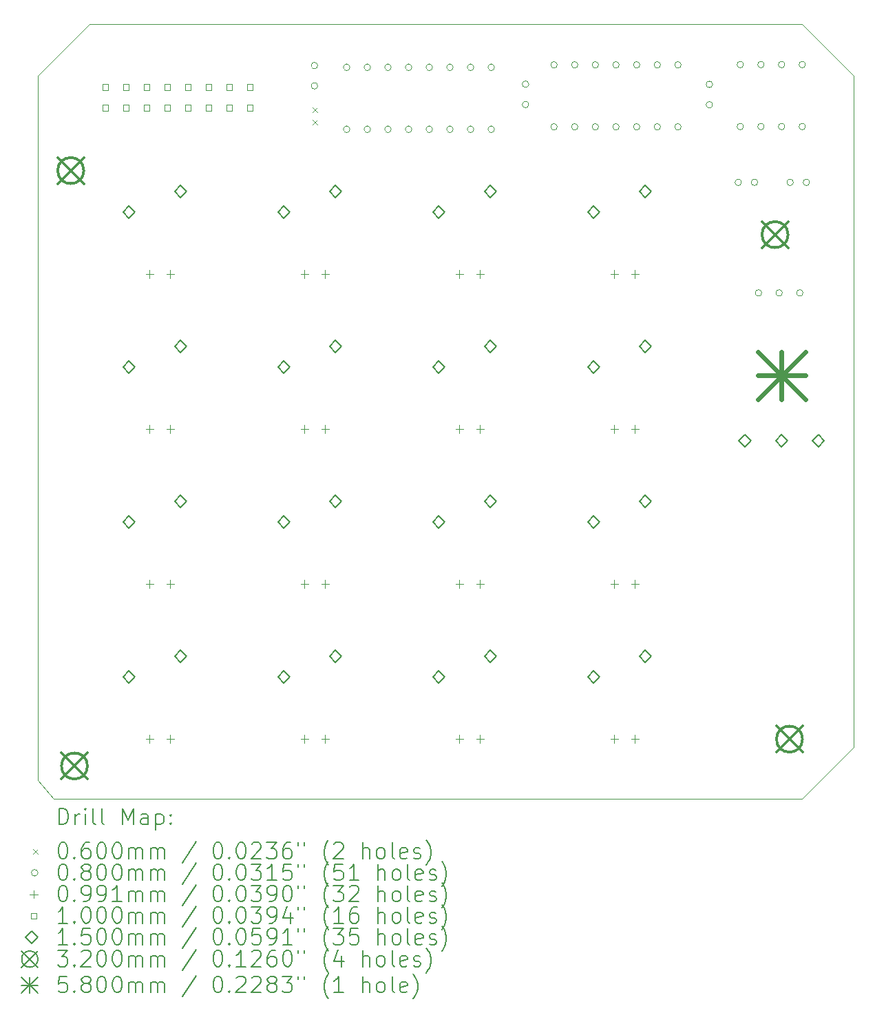
<source format=gbr>
%TF.GenerationSoftware,KiCad,Pcbnew,9.0.0*%
%TF.CreationDate,2025-06-15T15:39:55+02:00*%
%TF.ProjectId,8-bit computer_Keypad_Module,382d6269-7420-4636-9f6d-70757465725f,rev?*%
%TF.SameCoordinates,Original*%
%TF.FileFunction,Drillmap*%
%TF.FilePolarity,Positive*%
%FSLAX45Y45*%
G04 Gerber Fmt 4.5, Leading zero omitted, Abs format (unit mm)*
G04 Created by KiCad (PCBNEW 9.0.0) date 2025-06-15 15:39:55*
%MOMM*%
%LPD*%
G01*
G04 APERTURE LIST*
%ADD10C,0.050000*%
%ADD11C,0.200000*%
%ADD12C,0.100000*%
%ADD13C,0.150000*%
%ADD14C,0.320000*%
%ADD15C,0.580000*%
G04 APERTURE END LIST*
D10*
X11430000Y-4572000D02*
X20193000Y-4572000D01*
X20193000Y-14097000D02*
X11430000Y-14097000D01*
X20828000Y-13462000D02*
X20193000Y-14097000D01*
X10795000Y-5207000D02*
X11430000Y-4572000D01*
X20828000Y-5207000D02*
X20828000Y-13462000D01*
X10795000Y-13869797D02*
X10983002Y-14097000D01*
X20193000Y-4572000D02*
X20828000Y-5207000D01*
X11430000Y-14097000D02*
X10983002Y-14097000D01*
X10795000Y-13462000D02*
X10795000Y-5207000D01*
X10795000Y-13462000D02*
X10795000Y-13869797D01*
D11*
D12*
X14168600Y-5597100D02*
X14228600Y-5657100D01*
X14228600Y-5597100D02*
X14168600Y-5657100D01*
X14168600Y-5747100D02*
X14228600Y-5807100D01*
X14228600Y-5747100D02*
X14168600Y-5807100D01*
X14233520Y-5078920D02*
G75*
G02*
X14153520Y-5078920I-40000J0D01*
G01*
X14153520Y-5078920D02*
G75*
G02*
X14233520Y-5078920I40000J0D01*
G01*
X14233520Y-5328920D02*
G75*
G02*
X14153520Y-5328920I-40000J0D01*
G01*
X14153520Y-5328920D02*
G75*
G02*
X14233520Y-5328920I40000J0D01*
G01*
X14629760Y-5100320D02*
G75*
G02*
X14549760Y-5100320I-40000J0D01*
G01*
X14549760Y-5100320D02*
G75*
G02*
X14629760Y-5100320I40000J0D01*
G01*
X14629760Y-5862320D02*
G75*
G02*
X14549760Y-5862320I-40000J0D01*
G01*
X14549760Y-5862320D02*
G75*
G02*
X14629760Y-5862320I40000J0D01*
G01*
X14883760Y-5100320D02*
G75*
G02*
X14803760Y-5100320I-40000J0D01*
G01*
X14803760Y-5100320D02*
G75*
G02*
X14883760Y-5100320I40000J0D01*
G01*
X14883760Y-5862320D02*
G75*
G02*
X14803760Y-5862320I-40000J0D01*
G01*
X14803760Y-5862320D02*
G75*
G02*
X14883760Y-5862320I40000J0D01*
G01*
X15137760Y-5100320D02*
G75*
G02*
X15057760Y-5100320I-40000J0D01*
G01*
X15057760Y-5100320D02*
G75*
G02*
X15137760Y-5100320I40000J0D01*
G01*
X15137760Y-5862320D02*
G75*
G02*
X15057760Y-5862320I-40000J0D01*
G01*
X15057760Y-5862320D02*
G75*
G02*
X15137760Y-5862320I40000J0D01*
G01*
X15391760Y-5100320D02*
G75*
G02*
X15311760Y-5100320I-40000J0D01*
G01*
X15311760Y-5100320D02*
G75*
G02*
X15391760Y-5100320I40000J0D01*
G01*
X15391760Y-5862320D02*
G75*
G02*
X15311760Y-5862320I-40000J0D01*
G01*
X15311760Y-5862320D02*
G75*
G02*
X15391760Y-5862320I40000J0D01*
G01*
X15645760Y-5100320D02*
G75*
G02*
X15565760Y-5100320I-40000J0D01*
G01*
X15565760Y-5100320D02*
G75*
G02*
X15645760Y-5100320I40000J0D01*
G01*
X15645760Y-5862320D02*
G75*
G02*
X15565760Y-5862320I-40000J0D01*
G01*
X15565760Y-5862320D02*
G75*
G02*
X15645760Y-5862320I40000J0D01*
G01*
X15899760Y-5100320D02*
G75*
G02*
X15819760Y-5100320I-40000J0D01*
G01*
X15819760Y-5100320D02*
G75*
G02*
X15899760Y-5100320I40000J0D01*
G01*
X15899760Y-5862320D02*
G75*
G02*
X15819760Y-5862320I-40000J0D01*
G01*
X15819760Y-5862320D02*
G75*
G02*
X15899760Y-5862320I40000J0D01*
G01*
X16153760Y-5100320D02*
G75*
G02*
X16073760Y-5100320I-40000J0D01*
G01*
X16073760Y-5100320D02*
G75*
G02*
X16153760Y-5100320I40000J0D01*
G01*
X16153760Y-5862320D02*
G75*
G02*
X16073760Y-5862320I-40000J0D01*
G01*
X16073760Y-5862320D02*
G75*
G02*
X16153760Y-5862320I40000J0D01*
G01*
X16407760Y-5100320D02*
G75*
G02*
X16327760Y-5100320I-40000J0D01*
G01*
X16327760Y-5100320D02*
G75*
G02*
X16407760Y-5100320I40000J0D01*
G01*
X16407760Y-5862320D02*
G75*
G02*
X16327760Y-5862320I-40000J0D01*
G01*
X16327760Y-5862320D02*
G75*
G02*
X16407760Y-5862320I40000J0D01*
G01*
X16829400Y-5308600D02*
G75*
G02*
X16749400Y-5308600I-40000J0D01*
G01*
X16749400Y-5308600D02*
G75*
G02*
X16829400Y-5308600I40000J0D01*
G01*
X16829400Y-5558600D02*
G75*
G02*
X16749400Y-5558600I-40000J0D01*
G01*
X16749400Y-5558600D02*
G75*
G02*
X16829400Y-5558600I40000J0D01*
G01*
X17179920Y-5069840D02*
G75*
G02*
X17099920Y-5069840I-40000J0D01*
G01*
X17099920Y-5069840D02*
G75*
G02*
X17179920Y-5069840I40000J0D01*
G01*
X17179920Y-5831840D02*
G75*
G02*
X17099920Y-5831840I-40000J0D01*
G01*
X17099920Y-5831840D02*
G75*
G02*
X17179920Y-5831840I40000J0D01*
G01*
X17433920Y-5069840D02*
G75*
G02*
X17353920Y-5069840I-40000J0D01*
G01*
X17353920Y-5069840D02*
G75*
G02*
X17433920Y-5069840I40000J0D01*
G01*
X17433920Y-5831840D02*
G75*
G02*
X17353920Y-5831840I-40000J0D01*
G01*
X17353920Y-5831840D02*
G75*
G02*
X17433920Y-5831840I40000J0D01*
G01*
X17687920Y-5069840D02*
G75*
G02*
X17607920Y-5069840I-40000J0D01*
G01*
X17607920Y-5069840D02*
G75*
G02*
X17687920Y-5069840I40000J0D01*
G01*
X17687920Y-5831840D02*
G75*
G02*
X17607920Y-5831840I-40000J0D01*
G01*
X17607920Y-5831840D02*
G75*
G02*
X17687920Y-5831840I40000J0D01*
G01*
X17941920Y-5069840D02*
G75*
G02*
X17861920Y-5069840I-40000J0D01*
G01*
X17861920Y-5069840D02*
G75*
G02*
X17941920Y-5069840I40000J0D01*
G01*
X17941920Y-5831840D02*
G75*
G02*
X17861920Y-5831840I-40000J0D01*
G01*
X17861920Y-5831840D02*
G75*
G02*
X17941920Y-5831840I40000J0D01*
G01*
X18195920Y-5069840D02*
G75*
G02*
X18115920Y-5069840I-40000J0D01*
G01*
X18115920Y-5069840D02*
G75*
G02*
X18195920Y-5069840I40000J0D01*
G01*
X18195920Y-5831840D02*
G75*
G02*
X18115920Y-5831840I-40000J0D01*
G01*
X18115920Y-5831840D02*
G75*
G02*
X18195920Y-5831840I40000J0D01*
G01*
X18449920Y-5069840D02*
G75*
G02*
X18369920Y-5069840I-40000J0D01*
G01*
X18369920Y-5069840D02*
G75*
G02*
X18449920Y-5069840I40000J0D01*
G01*
X18449920Y-5831840D02*
G75*
G02*
X18369920Y-5831840I-40000J0D01*
G01*
X18369920Y-5831840D02*
G75*
G02*
X18449920Y-5831840I40000J0D01*
G01*
X18703920Y-5069840D02*
G75*
G02*
X18623920Y-5069840I-40000J0D01*
G01*
X18623920Y-5069840D02*
G75*
G02*
X18703920Y-5069840I40000J0D01*
G01*
X18703920Y-5831840D02*
G75*
G02*
X18623920Y-5831840I-40000J0D01*
G01*
X18623920Y-5831840D02*
G75*
G02*
X18703920Y-5831840I40000J0D01*
G01*
X19090000Y-5310600D02*
G75*
G02*
X19010000Y-5310600I-40000J0D01*
G01*
X19010000Y-5310600D02*
G75*
G02*
X19090000Y-5310600I40000J0D01*
G01*
X19090000Y-5560600D02*
G75*
G02*
X19010000Y-5560600I-40000J0D01*
G01*
X19010000Y-5560600D02*
G75*
G02*
X19090000Y-5560600I40000J0D01*
G01*
X19445600Y-6515100D02*
G75*
G02*
X19365600Y-6515100I-40000J0D01*
G01*
X19365600Y-6515100D02*
G75*
G02*
X19445600Y-6515100I40000J0D01*
G01*
X19471000Y-5066800D02*
G75*
G02*
X19391000Y-5066800I-40000J0D01*
G01*
X19391000Y-5066800D02*
G75*
G02*
X19471000Y-5066800I40000J0D01*
G01*
X19471000Y-5828800D02*
G75*
G02*
X19391000Y-5828800I-40000J0D01*
G01*
X19391000Y-5828800D02*
G75*
G02*
X19471000Y-5828800I40000J0D01*
G01*
X19645600Y-6515100D02*
G75*
G02*
X19565600Y-6515100I-40000J0D01*
G01*
X19565600Y-6515100D02*
G75*
G02*
X19645600Y-6515100I40000J0D01*
G01*
X19694520Y-7874000D02*
G75*
G02*
X19614520Y-7874000I-40000J0D01*
G01*
X19614520Y-7874000D02*
G75*
G02*
X19694520Y-7874000I40000J0D01*
G01*
X19725000Y-5828800D02*
G75*
G02*
X19645000Y-5828800I-40000J0D01*
G01*
X19645000Y-5828800D02*
G75*
G02*
X19725000Y-5828800I40000J0D01*
G01*
X19725000Y-5066800D02*
G75*
G02*
X19645000Y-5066800I-40000J0D01*
G01*
X19645000Y-5066800D02*
G75*
G02*
X19725000Y-5066800I40000J0D01*
G01*
X19948520Y-7874000D02*
G75*
G02*
X19868520Y-7874000I-40000J0D01*
G01*
X19868520Y-7874000D02*
G75*
G02*
X19948520Y-7874000I40000J0D01*
G01*
X19979000Y-5066800D02*
G75*
G02*
X19899000Y-5066800I-40000J0D01*
G01*
X19899000Y-5066800D02*
G75*
G02*
X19979000Y-5066800I40000J0D01*
G01*
X19979000Y-5828800D02*
G75*
G02*
X19899000Y-5828800I-40000J0D01*
G01*
X19899000Y-5828800D02*
G75*
G02*
X19979000Y-5828800I40000J0D01*
G01*
X20083489Y-6515100D02*
G75*
G02*
X20003489Y-6515100I-40000J0D01*
G01*
X20003489Y-6515100D02*
G75*
G02*
X20083489Y-6515100I40000J0D01*
G01*
X20202520Y-7874000D02*
G75*
G02*
X20122520Y-7874000I-40000J0D01*
G01*
X20122520Y-7874000D02*
G75*
G02*
X20202520Y-7874000I40000J0D01*
G01*
X20233000Y-5828800D02*
G75*
G02*
X20153000Y-5828800I-40000J0D01*
G01*
X20153000Y-5828800D02*
G75*
G02*
X20233000Y-5828800I40000J0D01*
G01*
X20233000Y-5066800D02*
G75*
G02*
X20153000Y-5066800I-40000J0D01*
G01*
X20153000Y-5066800D02*
G75*
G02*
X20233000Y-5066800I40000J0D01*
G01*
X20283489Y-6515100D02*
G75*
G02*
X20203489Y-6515100I-40000J0D01*
G01*
X20203489Y-6515100D02*
G75*
G02*
X20283489Y-6515100I40000J0D01*
G01*
X12166600Y-7595870D02*
X12166600Y-7694930D01*
X12117070Y-7645400D02*
X12216130Y-7645400D01*
X12166600Y-9500870D02*
X12166600Y-9599930D01*
X12117070Y-9550400D02*
X12216130Y-9550400D01*
X12166600Y-11405870D02*
X12166600Y-11504930D01*
X12117070Y-11455400D02*
X12216130Y-11455400D01*
X12166600Y-13310870D02*
X12166600Y-13409930D01*
X12117070Y-13360400D02*
X12216130Y-13360400D01*
X12420600Y-7595870D02*
X12420600Y-7694930D01*
X12371070Y-7645400D02*
X12470130Y-7645400D01*
X12420600Y-9500870D02*
X12420600Y-9599930D01*
X12371070Y-9550400D02*
X12470130Y-9550400D01*
X12420600Y-11405870D02*
X12420600Y-11504930D01*
X12371070Y-11455400D02*
X12470130Y-11455400D01*
X12420600Y-13310870D02*
X12420600Y-13409930D01*
X12371070Y-13360400D02*
X12470130Y-13360400D01*
X14071600Y-7595870D02*
X14071600Y-7694930D01*
X14022070Y-7645400D02*
X14121130Y-7645400D01*
X14071600Y-9500870D02*
X14071600Y-9599930D01*
X14022070Y-9550400D02*
X14121130Y-9550400D01*
X14071600Y-11405870D02*
X14071600Y-11504930D01*
X14022070Y-11455400D02*
X14121130Y-11455400D01*
X14071600Y-13310870D02*
X14071600Y-13409930D01*
X14022070Y-13360400D02*
X14121130Y-13360400D01*
X14325600Y-7595870D02*
X14325600Y-7694930D01*
X14276070Y-7645400D02*
X14375130Y-7645400D01*
X14325600Y-9500870D02*
X14325600Y-9599930D01*
X14276070Y-9550400D02*
X14375130Y-9550400D01*
X14325600Y-11405870D02*
X14325600Y-11504930D01*
X14276070Y-11455400D02*
X14375130Y-11455400D01*
X14325600Y-13310870D02*
X14325600Y-13409930D01*
X14276070Y-13360400D02*
X14375130Y-13360400D01*
X15976600Y-7595870D02*
X15976600Y-7694930D01*
X15927070Y-7645400D02*
X16026130Y-7645400D01*
X15976600Y-9500870D02*
X15976600Y-9599930D01*
X15927070Y-9550400D02*
X16026130Y-9550400D01*
X15976600Y-11405870D02*
X15976600Y-11504930D01*
X15927070Y-11455400D02*
X16026130Y-11455400D01*
X15976600Y-13310870D02*
X15976600Y-13409930D01*
X15927070Y-13360400D02*
X16026130Y-13360400D01*
X16230600Y-7595870D02*
X16230600Y-7694930D01*
X16181070Y-7645400D02*
X16280130Y-7645400D01*
X16230600Y-9500870D02*
X16230600Y-9599930D01*
X16181070Y-9550400D02*
X16280130Y-9550400D01*
X16230600Y-11405870D02*
X16230600Y-11504930D01*
X16181070Y-11455400D02*
X16280130Y-11455400D01*
X16230600Y-13310870D02*
X16230600Y-13409930D01*
X16181070Y-13360400D02*
X16280130Y-13360400D01*
X17881600Y-7595870D02*
X17881600Y-7694930D01*
X17832070Y-7645400D02*
X17931130Y-7645400D01*
X17881600Y-9500870D02*
X17881600Y-9599930D01*
X17832070Y-9550400D02*
X17931130Y-9550400D01*
X17881600Y-11405870D02*
X17881600Y-11504930D01*
X17832070Y-11455400D02*
X17931130Y-11455400D01*
X17881600Y-13310870D02*
X17881600Y-13409930D01*
X17832070Y-13360400D02*
X17931130Y-13360400D01*
X18135600Y-7595870D02*
X18135600Y-7694930D01*
X18086070Y-7645400D02*
X18185130Y-7645400D01*
X18135600Y-9500870D02*
X18135600Y-9599930D01*
X18086070Y-9550400D02*
X18185130Y-9550400D01*
X18135600Y-11405870D02*
X18135600Y-11504930D01*
X18086070Y-11455400D02*
X18185130Y-11455400D01*
X18135600Y-13310870D02*
X18135600Y-13409930D01*
X18086070Y-13360400D02*
X18185130Y-13360400D01*
X11658396Y-5633516D02*
X11658396Y-5562804D01*
X11587684Y-5562804D01*
X11587684Y-5633516D01*
X11658396Y-5633516D01*
X11658396Y-5379516D02*
X11658396Y-5308804D01*
X11587684Y-5308804D01*
X11587684Y-5379516D01*
X11658396Y-5379516D01*
X11912396Y-5379516D02*
X11912396Y-5308804D01*
X11841684Y-5308804D01*
X11841684Y-5379516D01*
X11912396Y-5379516D01*
X11912396Y-5633516D02*
X11912396Y-5562804D01*
X11841684Y-5562804D01*
X11841684Y-5633516D01*
X11912396Y-5633516D01*
X12166396Y-5633516D02*
X12166396Y-5562804D01*
X12095684Y-5562804D01*
X12095684Y-5633516D01*
X12166396Y-5633516D01*
X12166396Y-5379516D02*
X12166396Y-5308804D01*
X12095684Y-5308804D01*
X12095684Y-5379516D01*
X12166396Y-5379516D01*
X12420396Y-5379516D02*
X12420396Y-5308804D01*
X12349684Y-5308804D01*
X12349684Y-5379516D01*
X12420396Y-5379516D01*
X12420396Y-5633516D02*
X12420396Y-5562804D01*
X12349684Y-5562804D01*
X12349684Y-5633516D01*
X12420396Y-5633516D01*
X12674396Y-5633516D02*
X12674396Y-5562804D01*
X12603684Y-5562804D01*
X12603684Y-5633516D01*
X12674396Y-5633516D01*
X12674396Y-5379516D02*
X12674396Y-5308804D01*
X12603684Y-5308804D01*
X12603684Y-5379516D01*
X12674396Y-5379516D01*
X12928396Y-5379516D02*
X12928396Y-5308804D01*
X12857684Y-5308804D01*
X12857684Y-5379516D01*
X12928396Y-5379516D01*
X12928396Y-5633516D02*
X12928396Y-5562804D01*
X12857684Y-5562804D01*
X12857684Y-5633516D01*
X12928396Y-5633516D01*
X13182396Y-5633516D02*
X13182396Y-5562804D01*
X13111684Y-5562804D01*
X13111684Y-5633516D01*
X13182396Y-5633516D01*
X13182396Y-5379516D02*
X13182396Y-5308804D01*
X13111684Y-5308804D01*
X13111684Y-5379516D01*
X13182396Y-5379516D01*
X13436396Y-5379516D02*
X13436396Y-5308804D01*
X13365684Y-5308804D01*
X13365684Y-5379516D01*
X13436396Y-5379516D01*
X13436396Y-5633516D02*
X13436396Y-5562804D01*
X13365684Y-5562804D01*
X13365684Y-5633516D01*
X13436396Y-5633516D01*
D13*
X11912600Y-6958400D02*
X11987600Y-6883400D01*
X11912600Y-6808400D01*
X11837600Y-6883400D01*
X11912600Y-6958400D01*
X11912600Y-8863400D02*
X11987600Y-8788400D01*
X11912600Y-8713400D01*
X11837600Y-8788400D01*
X11912600Y-8863400D01*
X11912600Y-10768400D02*
X11987600Y-10693400D01*
X11912600Y-10618400D01*
X11837600Y-10693400D01*
X11912600Y-10768400D01*
X11912600Y-12673400D02*
X11987600Y-12598400D01*
X11912600Y-12523400D01*
X11837600Y-12598400D01*
X11912600Y-12673400D01*
X12547600Y-6704400D02*
X12622600Y-6629400D01*
X12547600Y-6554400D01*
X12472600Y-6629400D01*
X12547600Y-6704400D01*
X12547600Y-8609400D02*
X12622600Y-8534400D01*
X12547600Y-8459400D01*
X12472600Y-8534400D01*
X12547600Y-8609400D01*
X12547600Y-10514400D02*
X12622600Y-10439400D01*
X12547600Y-10364400D01*
X12472600Y-10439400D01*
X12547600Y-10514400D01*
X12547600Y-12419400D02*
X12622600Y-12344400D01*
X12547600Y-12269400D01*
X12472600Y-12344400D01*
X12547600Y-12419400D01*
X13817600Y-6958400D02*
X13892600Y-6883400D01*
X13817600Y-6808400D01*
X13742600Y-6883400D01*
X13817600Y-6958400D01*
X13817600Y-8863400D02*
X13892600Y-8788400D01*
X13817600Y-8713400D01*
X13742600Y-8788400D01*
X13817600Y-8863400D01*
X13817600Y-10768400D02*
X13892600Y-10693400D01*
X13817600Y-10618400D01*
X13742600Y-10693400D01*
X13817600Y-10768400D01*
X13817600Y-12673400D02*
X13892600Y-12598400D01*
X13817600Y-12523400D01*
X13742600Y-12598400D01*
X13817600Y-12673400D01*
X14452600Y-6704400D02*
X14527600Y-6629400D01*
X14452600Y-6554400D01*
X14377600Y-6629400D01*
X14452600Y-6704400D01*
X14452600Y-8609400D02*
X14527600Y-8534400D01*
X14452600Y-8459400D01*
X14377600Y-8534400D01*
X14452600Y-8609400D01*
X14452600Y-10514400D02*
X14527600Y-10439400D01*
X14452600Y-10364400D01*
X14377600Y-10439400D01*
X14452600Y-10514400D01*
X14452600Y-12419400D02*
X14527600Y-12344400D01*
X14452600Y-12269400D01*
X14377600Y-12344400D01*
X14452600Y-12419400D01*
X15722600Y-6958400D02*
X15797600Y-6883400D01*
X15722600Y-6808400D01*
X15647600Y-6883400D01*
X15722600Y-6958400D01*
X15722600Y-8863400D02*
X15797600Y-8788400D01*
X15722600Y-8713400D01*
X15647600Y-8788400D01*
X15722600Y-8863400D01*
X15722600Y-10768400D02*
X15797600Y-10693400D01*
X15722600Y-10618400D01*
X15647600Y-10693400D01*
X15722600Y-10768400D01*
X15722600Y-12673400D02*
X15797600Y-12598400D01*
X15722600Y-12523400D01*
X15647600Y-12598400D01*
X15722600Y-12673400D01*
X16357600Y-6704400D02*
X16432600Y-6629400D01*
X16357600Y-6554400D01*
X16282600Y-6629400D01*
X16357600Y-6704400D01*
X16357600Y-8609400D02*
X16432600Y-8534400D01*
X16357600Y-8459400D01*
X16282600Y-8534400D01*
X16357600Y-8609400D01*
X16357600Y-10514400D02*
X16432600Y-10439400D01*
X16357600Y-10364400D01*
X16282600Y-10439400D01*
X16357600Y-10514400D01*
X16357600Y-12419400D02*
X16432600Y-12344400D01*
X16357600Y-12269400D01*
X16282600Y-12344400D01*
X16357600Y-12419400D01*
X17627600Y-6958400D02*
X17702600Y-6883400D01*
X17627600Y-6808400D01*
X17552600Y-6883400D01*
X17627600Y-6958400D01*
X17627600Y-8863400D02*
X17702600Y-8788400D01*
X17627600Y-8713400D01*
X17552600Y-8788400D01*
X17627600Y-8863400D01*
X17627600Y-10768400D02*
X17702600Y-10693400D01*
X17627600Y-10618400D01*
X17552600Y-10693400D01*
X17627600Y-10768400D01*
X17627600Y-12673400D02*
X17702600Y-12598400D01*
X17627600Y-12523400D01*
X17552600Y-12598400D01*
X17627600Y-12673400D01*
X18262600Y-6704400D02*
X18337600Y-6629400D01*
X18262600Y-6554400D01*
X18187600Y-6629400D01*
X18262600Y-6704400D01*
X18262600Y-8609400D02*
X18337600Y-8534400D01*
X18262600Y-8459400D01*
X18187600Y-8534400D01*
X18262600Y-8609400D01*
X18262600Y-10514400D02*
X18337600Y-10439400D01*
X18262600Y-10364400D01*
X18187600Y-10439400D01*
X18262600Y-10514400D01*
X18262600Y-12419400D02*
X18337600Y-12344400D01*
X18262600Y-12269400D01*
X18187600Y-12344400D01*
X18262600Y-12419400D01*
X19489000Y-9765000D02*
X19564000Y-9690000D01*
X19489000Y-9615000D01*
X19414000Y-9690000D01*
X19489000Y-9765000D01*
X19939000Y-9765000D02*
X20014000Y-9690000D01*
X19939000Y-9615000D01*
X19864000Y-9690000D01*
X19939000Y-9765000D01*
X20389000Y-9765000D02*
X20464000Y-9690000D01*
X20389000Y-9615000D01*
X20314000Y-9690000D01*
X20389000Y-9765000D01*
D14*
X11036320Y-6210320D02*
X11356320Y-6530320D01*
X11356320Y-6210320D02*
X11036320Y-6530320D01*
X11356320Y-6370320D02*
G75*
G02*
X11036320Y-6370320I-160000J0D01*
G01*
X11036320Y-6370320D02*
G75*
G02*
X11356320Y-6370320I160000J0D01*
G01*
X11082040Y-13530600D02*
X11402040Y-13850600D01*
X11402040Y-13530600D02*
X11082040Y-13850600D01*
X11402040Y-13690600D02*
G75*
G02*
X11082040Y-13690600I-160000J0D01*
G01*
X11082040Y-13690600D02*
G75*
G02*
X11402040Y-13690600I160000J0D01*
G01*
X19697720Y-6997720D02*
X20017720Y-7317720D01*
X20017720Y-6997720D02*
X19697720Y-7317720D01*
X20017720Y-7157720D02*
G75*
G02*
X19697720Y-7157720I-160000J0D01*
G01*
X19697720Y-7157720D02*
G75*
G02*
X20017720Y-7157720I160000J0D01*
G01*
X19875520Y-13200400D02*
X20195520Y-13520400D01*
X20195520Y-13200400D02*
X19875520Y-13520400D01*
X20195520Y-13360400D02*
G75*
G02*
X19875520Y-13360400I-160000J0D01*
G01*
X19875520Y-13360400D02*
G75*
G02*
X20195520Y-13360400I160000J0D01*
G01*
D15*
X19649000Y-8600000D02*
X20229000Y-9180000D01*
X20229000Y-8600000D02*
X19649000Y-9180000D01*
X19939000Y-8600000D02*
X19939000Y-9180000D01*
X19649000Y-8890000D02*
X20229000Y-8890000D01*
D11*
X11053277Y-14410984D02*
X11053277Y-14210984D01*
X11053277Y-14210984D02*
X11100896Y-14210984D01*
X11100896Y-14210984D02*
X11129467Y-14220508D01*
X11129467Y-14220508D02*
X11148515Y-14239555D01*
X11148515Y-14239555D02*
X11158039Y-14258603D01*
X11158039Y-14258603D02*
X11167563Y-14296698D01*
X11167563Y-14296698D02*
X11167563Y-14325269D01*
X11167563Y-14325269D02*
X11158039Y-14363365D01*
X11158039Y-14363365D02*
X11148515Y-14382412D01*
X11148515Y-14382412D02*
X11129467Y-14401460D01*
X11129467Y-14401460D02*
X11100896Y-14410984D01*
X11100896Y-14410984D02*
X11053277Y-14410984D01*
X11253277Y-14410984D02*
X11253277Y-14277650D01*
X11253277Y-14315746D02*
X11262801Y-14296698D01*
X11262801Y-14296698D02*
X11272324Y-14287174D01*
X11272324Y-14287174D02*
X11291372Y-14277650D01*
X11291372Y-14277650D02*
X11310420Y-14277650D01*
X11377086Y-14410984D02*
X11377086Y-14277650D01*
X11377086Y-14210984D02*
X11367562Y-14220508D01*
X11367562Y-14220508D02*
X11377086Y-14230031D01*
X11377086Y-14230031D02*
X11386610Y-14220508D01*
X11386610Y-14220508D02*
X11377086Y-14210984D01*
X11377086Y-14210984D02*
X11377086Y-14230031D01*
X11500896Y-14410984D02*
X11481848Y-14401460D01*
X11481848Y-14401460D02*
X11472324Y-14382412D01*
X11472324Y-14382412D02*
X11472324Y-14210984D01*
X11605658Y-14410984D02*
X11586610Y-14401460D01*
X11586610Y-14401460D02*
X11577086Y-14382412D01*
X11577086Y-14382412D02*
X11577086Y-14210984D01*
X11834229Y-14410984D02*
X11834229Y-14210984D01*
X11834229Y-14210984D02*
X11900896Y-14353841D01*
X11900896Y-14353841D02*
X11967562Y-14210984D01*
X11967562Y-14210984D02*
X11967562Y-14410984D01*
X12148515Y-14410984D02*
X12148515Y-14306222D01*
X12148515Y-14306222D02*
X12138991Y-14287174D01*
X12138991Y-14287174D02*
X12119943Y-14277650D01*
X12119943Y-14277650D02*
X12081848Y-14277650D01*
X12081848Y-14277650D02*
X12062801Y-14287174D01*
X12148515Y-14401460D02*
X12129467Y-14410984D01*
X12129467Y-14410984D02*
X12081848Y-14410984D01*
X12081848Y-14410984D02*
X12062801Y-14401460D01*
X12062801Y-14401460D02*
X12053277Y-14382412D01*
X12053277Y-14382412D02*
X12053277Y-14363365D01*
X12053277Y-14363365D02*
X12062801Y-14344317D01*
X12062801Y-14344317D02*
X12081848Y-14334793D01*
X12081848Y-14334793D02*
X12129467Y-14334793D01*
X12129467Y-14334793D02*
X12148515Y-14325269D01*
X12243753Y-14277650D02*
X12243753Y-14477650D01*
X12243753Y-14287174D02*
X12262801Y-14277650D01*
X12262801Y-14277650D02*
X12300896Y-14277650D01*
X12300896Y-14277650D02*
X12319943Y-14287174D01*
X12319943Y-14287174D02*
X12329467Y-14296698D01*
X12329467Y-14296698D02*
X12338991Y-14315746D01*
X12338991Y-14315746D02*
X12338991Y-14372888D01*
X12338991Y-14372888D02*
X12329467Y-14391936D01*
X12329467Y-14391936D02*
X12319943Y-14401460D01*
X12319943Y-14401460D02*
X12300896Y-14410984D01*
X12300896Y-14410984D02*
X12262801Y-14410984D01*
X12262801Y-14410984D02*
X12243753Y-14401460D01*
X12424705Y-14391936D02*
X12434229Y-14401460D01*
X12434229Y-14401460D02*
X12424705Y-14410984D01*
X12424705Y-14410984D02*
X12415182Y-14401460D01*
X12415182Y-14401460D02*
X12424705Y-14391936D01*
X12424705Y-14391936D02*
X12424705Y-14410984D01*
X12424705Y-14287174D02*
X12434229Y-14296698D01*
X12434229Y-14296698D02*
X12424705Y-14306222D01*
X12424705Y-14306222D02*
X12415182Y-14296698D01*
X12415182Y-14296698D02*
X12424705Y-14287174D01*
X12424705Y-14287174D02*
X12424705Y-14306222D01*
D12*
X10732500Y-14709500D02*
X10792500Y-14769500D01*
X10792500Y-14709500D02*
X10732500Y-14769500D01*
D11*
X11091372Y-14630984D02*
X11110420Y-14630984D01*
X11110420Y-14630984D02*
X11129467Y-14640508D01*
X11129467Y-14640508D02*
X11138991Y-14650031D01*
X11138991Y-14650031D02*
X11148515Y-14669079D01*
X11148515Y-14669079D02*
X11158039Y-14707174D01*
X11158039Y-14707174D02*
X11158039Y-14754793D01*
X11158039Y-14754793D02*
X11148515Y-14792888D01*
X11148515Y-14792888D02*
X11138991Y-14811936D01*
X11138991Y-14811936D02*
X11129467Y-14821460D01*
X11129467Y-14821460D02*
X11110420Y-14830984D01*
X11110420Y-14830984D02*
X11091372Y-14830984D01*
X11091372Y-14830984D02*
X11072324Y-14821460D01*
X11072324Y-14821460D02*
X11062801Y-14811936D01*
X11062801Y-14811936D02*
X11053277Y-14792888D01*
X11053277Y-14792888D02*
X11043753Y-14754793D01*
X11043753Y-14754793D02*
X11043753Y-14707174D01*
X11043753Y-14707174D02*
X11053277Y-14669079D01*
X11053277Y-14669079D02*
X11062801Y-14650031D01*
X11062801Y-14650031D02*
X11072324Y-14640508D01*
X11072324Y-14640508D02*
X11091372Y-14630984D01*
X11243753Y-14811936D02*
X11253277Y-14821460D01*
X11253277Y-14821460D02*
X11243753Y-14830984D01*
X11243753Y-14830984D02*
X11234229Y-14821460D01*
X11234229Y-14821460D02*
X11243753Y-14811936D01*
X11243753Y-14811936D02*
X11243753Y-14830984D01*
X11424705Y-14630984D02*
X11386610Y-14630984D01*
X11386610Y-14630984D02*
X11367562Y-14640508D01*
X11367562Y-14640508D02*
X11358039Y-14650031D01*
X11358039Y-14650031D02*
X11338991Y-14678603D01*
X11338991Y-14678603D02*
X11329467Y-14716698D01*
X11329467Y-14716698D02*
X11329467Y-14792888D01*
X11329467Y-14792888D02*
X11338991Y-14811936D01*
X11338991Y-14811936D02*
X11348515Y-14821460D01*
X11348515Y-14821460D02*
X11367562Y-14830984D01*
X11367562Y-14830984D02*
X11405658Y-14830984D01*
X11405658Y-14830984D02*
X11424705Y-14821460D01*
X11424705Y-14821460D02*
X11434229Y-14811936D01*
X11434229Y-14811936D02*
X11443753Y-14792888D01*
X11443753Y-14792888D02*
X11443753Y-14745269D01*
X11443753Y-14745269D02*
X11434229Y-14726222D01*
X11434229Y-14726222D02*
X11424705Y-14716698D01*
X11424705Y-14716698D02*
X11405658Y-14707174D01*
X11405658Y-14707174D02*
X11367562Y-14707174D01*
X11367562Y-14707174D02*
X11348515Y-14716698D01*
X11348515Y-14716698D02*
X11338991Y-14726222D01*
X11338991Y-14726222D02*
X11329467Y-14745269D01*
X11567562Y-14630984D02*
X11586610Y-14630984D01*
X11586610Y-14630984D02*
X11605658Y-14640508D01*
X11605658Y-14640508D02*
X11615182Y-14650031D01*
X11615182Y-14650031D02*
X11624705Y-14669079D01*
X11624705Y-14669079D02*
X11634229Y-14707174D01*
X11634229Y-14707174D02*
X11634229Y-14754793D01*
X11634229Y-14754793D02*
X11624705Y-14792888D01*
X11624705Y-14792888D02*
X11615182Y-14811936D01*
X11615182Y-14811936D02*
X11605658Y-14821460D01*
X11605658Y-14821460D02*
X11586610Y-14830984D01*
X11586610Y-14830984D02*
X11567562Y-14830984D01*
X11567562Y-14830984D02*
X11548515Y-14821460D01*
X11548515Y-14821460D02*
X11538991Y-14811936D01*
X11538991Y-14811936D02*
X11529467Y-14792888D01*
X11529467Y-14792888D02*
X11519943Y-14754793D01*
X11519943Y-14754793D02*
X11519943Y-14707174D01*
X11519943Y-14707174D02*
X11529467Y-14669079D01*
X11529467Y-14669079D02*
X11538991Y-14650031D01*
X11538991Y-14650031D02*
X11548515Y-14640508D01*
X11548515Y-14640508D02*
X11567562Y-14630984D01*
X11758039Y-14630984D02*
X11777086Y-14630984D01*
X11777086Y-14630984D02*
X11796134Y-14640508D01*
X11796134Y-14640508D02*
X11805658Y-14650031D01*
X11805658Y-14650031D02*
X11815182Y-14669079D01*
X11815182Y-14669079D02*
X11824705Y-14707174D01*
X11824705Y-14707174D02*
X11824705Y-14754793D01*
X11824705Y-14754793D02*
X11815182Y-14792888D01*
X11815182Y-14792888D02*
X11805658Y-14811936D01*
X11805658Y-14811936D02*
X11796134Y-14821460D01*
X11796134Y-14821460D02*
X11777086Y-14830984D01*
X11777086Y-14830984D02*
X11758039Y-14830984D01*
X11758039Y-14830984D02*
X11738991Y-14821460D01*
X11738991Y-14821460D02*
X11729467Y-14811936D01*
X11729467Y-14811936D02*
X11719943Y-14792888D01*
X11719943Y-14792888D02*
X11710420Y-14754793D01*
X11710420Y-14754793D02*
X11710420Y-14707174D01*
X11710420Y-14707174D02*
X11719943Y-14669079D01*
X11719943Y-14669079D02*
X11729467Y-14650031D01*
X11729467Y-14650031D02*
X11738991Y-14640508D01*
X11738991Y-14640508D02*
X11758039Y-14630984D01*
X11910420Y-14830984D02*
X11910420Y-14697650D01*
X11910420Y-14716698D02*
X11919943Y-14707174D01*
X11919943Y-14707174D02*
X11938991Y-14697650D01*
X11938991Y-14697650D02*
X11967563Y-14697650D01*
X11967563Y-14697650D02*
X11986610Y-14707174D01*
X11986610Y-14707174D02*
X11996134Y-14726222D01*
X11996134Y-14726222D02*
X11996134Y-14830984D01*
X11996134Y-14726222D02*
X12005658Y-14707174D01*
X12005658Y-14707174D02*
X12024705Y-14697650D01*
X12024705Y-14697650D02*
X12053277Y-14697650D01*
X12053277Y-14697650D02*
X12072324Y-14707174D01*
X12072324Y-14707174D02*
X12081848Y-14726222D01*
X12081848Y-14726222D02*
X12081848Y-14830984D01*
X12177086Y-14830984D02*
X12177086Y-14697650D01*
X12177086Y-14716698D02*
X12186610Y-14707174D01*
X12186610Y-14707174D02*
X12205658Y-14697650D01*
X12205658Y-14697650D02*
X12234229Y-14697650D01*
X12234229Y-14697650D02*
X12253277Y-14707174D01*
X12253277Y-14707174D02*
X12262801Y-14726222D01*
X12262801Y-14726222D02*
X12262801Y-14830984D01*
X12262801Y-14726222D02*
X12272324Y-14707174D01*
X12272324Y-14707174D02*
X12291372Y-14697650D01*
X12291372Y-14697650D02*
X12319943Y-14697650D01*
X12319943Y-14697650D02*
X12338991Y-14707174D01*
X12338991Y-14707174D02*
X12348515Y-14726222D01*
X12348515Y-14726222D02*
X12348515Y-14830984D01*
X12738991Y-14621460D02*
X12567563Y-14878603D01*
X12996134Y-14630984D02*
X13015182Y-14630984D01*
X13015182Y-14630984D02*
X13034229Y-14640508D01*
X13034229Y-14640508D02*
X13043753Y-14650031D01*
X13043753Y-14650031D02*
X13053277Y-14669079D01*
X13053277Y-14669079D02*
X13062801Y-14707174D01*
X13062801Y-14707174D02*
X13062801Y-14754793D01*
X13062801Y-14754793D02*
X13053277Y-14792888D01*
X13053277Y-14792888D02*
X13043753Y-14811936D01*
X13043753Y-14811936D02*
X13034229Y-14821460D01*
X13034229Y-14821460D02*
X13015182Y-14830984D01*
X13015182Y-14830984D02*
X12996134Y-14830984D01*
X12996134Y-14830984D02*
X12977086Y-14821460D01*
X12977086Y-14821460D02*
X12967563Y-14811936D01*
X12967563Y-14811936D02*
X12958039Y-14792888D01*
X12958039Y-14792888D02*
X12948515Y-14754793D01*
X12948515Y-14754793D02*
X12948515Y-14707174D01*
X12948515Y-14707174D02*
X12958039Y-14669079D01*
X12958039Y-14669079D02*
X12967563Y-14650031D01*
X12967563Y-14650031D02*
X12977086Y-14640508D01*
X12977086Y-14640508D02*
X12996134Y-14630984D01*
X13148515Y-14811936D02*
X13158039Y-14821460D01*
X13158039Y-14821460D02*
X13148515Y-14830984D01*
X13148515Y-14830984D02*
X13138991Y-14821460D01*
X13138991Y-14821460D02*
X13148515Y-14811936D01*
X13148515Y-14811936D02*
X13148515Y-14830984D01*
X13281848Y-14630984D02*
X13300896Y-14630984D01*
X13300896Y-14630984D02*
X13319944Y-14640508D01*
X13319944Y-14640508D02*
X13329467Y-14650031D01*
X13329467Y-14650031D02*
X13338991Y-14669079D01*
X13338991Y-14669079D02*
X13348515Y-14707174D01*
X13348515Y-14707174D02*
X13348515Y-14754793D01*
X13348515Y-14754793D02*
X13338991Y-14792888D01*
X13338991Y-14792888D02*
X13329467Y-14811936D01*
X13329467Y-14811936D02*
X13319944Y-14821460D01*
X13319944Y-14821460D02*
X13300896Y-14830984D01*
X13300896Y-14830984D02*
X13281848Y-14830984D01*
X13281848Y-14830984D02*
X13262801Y-14821460D01*
X13262801Y-14821460D02*
X13253277Y-14811936D01*
X13253277Y-14811936D02*
X13243753Y-14792888D01*
X13243753Y-14792888D02*
X13234229Y-14754793D01*
X13234229Y-14754793D02*
X13234229Y-14707174D01*
X13234229Y-14707174D02*
X13243753Y-14669079D01*
X13243753Y-14669079D02*
X13253277Y-14650031D01*
X13253277Y-14650031D02*
X13262801Y-14640508D01*
X13262801Y-14640508D02*
X13281848Y-14630984D01*
X13424706Y-14650031D02*
X13434229Y-14640508D01*
X13434229Y-14640508D02*
X13453277Y-14630984D01*
X13453277Y-14630984D02*
X13500896Y-14630984D01*
X13500896Y-14630984D02*
X13519944Y-14640508D01*
X13519944Y-14640508D02*
X13529467Y-14650031D01*
X13529467Y-14650031D02*
X13538991Y-14669079D01*
X13538991Y-14669079D02*
X13538991Y-14688127D01*
X13538991Y-14688127D02*
X13529467Y-14716698D01*
X13529467Y-14716698D02*
X13415182Y-14830984D01*
X13415182Y-14830984D02*
X13538991Y-14830984D01*
X13605658Y-14630984D02*
X13729467Y-14630984D01*
X13729467Y-14630984D02*
X13662801Y-14707174D01*
X13662801Y-14707174D02*
X13691372Y-14707174D01*
X13691372Y-14707174D02*
X13710420Y-14716698D01*
X13710420Y-14716698D02*
X13719944Y-14726222D01*
X13719944Y-14726222D02*
X13729467Y-14745269D01*
X13729467Y-14745269D02*
X13729467Y-14792888D01*
X13729467Y-14792888D02*
X13719944Y-14811936D01*
X13719944Y-14811936D02*
X13710420Y-14821460D01*
X13710420Y-14821460D02*
X13691372Y-14830984D01*
X13691372Y-14830984D02*
X13634229Y-14830984D01*
X13634229Y-14830984D02*
X13615182Y-14821460D01*
X13615182Y-14821460D02*
X13605658Y-14811936D01*
X13900896Y-14630984D02*
X13862801Y-14630984D01*
X13862801Y-14630984D02*
X13843753Y-14640508D01*
X13843753Y-14640508D02*
X13834229Y-14650031D01*
X13834229Y-14650031D02*
X13815182Y-14678603D01*
X13815182Y-14678603D02*
X13805658Y-14716698D01*
X13805658Y-14716698D02*
X13805658Y-14792888D01*
X13805658Y-14792888D02*
X13815182Y-14811936D01*
X13815182Y-14811936D02*
X13824706Y-14821460D01*
X13824706Y-14821460D02*
X13843753Y-14830984D01*
X13843753Y-14830984D02*
X13881848Y-14830984D01*
X13881848Y-14830984D02*
X13900896Y-14821460D01*
X13900896Y-14821460D02*
X13910420Y-14811936D01*
X13910420Y-14811936D02*
X13919944Y-14792888D01*
X13919944Y-14792888D02*
X13919944Y-14745269D01*
X13919944Y-14745269D02*
X13910420Y-14726222D01*
X13910420Y-14726222D02*
X13900896Y-14716698D01*
X13900896Y-14716698D02*
X13881848Y-14707174D01*
X13881848Y-14707174D02*
X13843753Y-14707174D01*
X13843753Y-14707174D02*
X13824706Y-14716698D01*
X13824706Y-14716698D02*
X13815182Y-14726222D01*
X13815182Y-14726222D02*
X13805658Y-14745269D01*
X13996134Y-14630984D02*
X13996134Y-14669079D01*
X14072325Y-14630984D02*
X14072325Y-14669079D01*
X14367563Y-14907174D02*
X14358039Y-14897650D01*
X14358039Y-14897650D02*
X14338991Y-14869079D01*
X14338991Y-14869079D02*
X14329468Y-14850031D01*
X14329468Y-14850031D02*
X14319944Y-14821460D01*
X14319944Y-14821460D02*
X14310420Y-14773841D01*
X14310420Y-14773841D02*
X14310420Y-14735746D01*
X14310420Y-14735746D02*
X14319944Y-14688127D01*
X14319944Y-14688127D02*
X14329468Y-14659555D01*
X14329468Y-14659555D02*
X14338991Y-14640508D01*
X14338991Y-14640508D02*
X14358039Y-14611936D01*
X14358039Y-14611936D02*
X14367563Y-14602412D01*
X14434229Y-14650031D02*
X14443753Y-14640508D01*
X14443753Y-14640508D02*
X14462801Y-14630984D01*
X14462801Y-14630984D02*
X14510420Y-14630984D01*
X14510420Y-14630984D02*
X14529468Y-14640508D01*
X14529468Y-14640508D02*
X14538991Y-14650031D01*
X14538991Y-14650031D02*
X14548515Y-14669079D01*
X14548515Y-14669079D02*
X14548515Y-14688127D01*
X14548515Y-14688127D02*
X14538991Y-14716698D01*
X14538991Y-14716698D02*
X14424706Y-14830984D01*
X14424706Y-14830984D02*
X14548515Y-14830984D01*
X14786610Y-14830984D02*
X14786610Y-14630984D01*
X14872325Y-14830984D02*
X14872325Y-14726222D01*
X14872325Y-14726222D02*
X14862801Y-14707174D01*
X14862801Y-14707174D02*
X14843753Y-14697650D01*
X14843753Y-14697650D02*
X14815182Y-14697650D01*
X14815182Y-14697650D02*
X14796134Y-14707174D01*
X14796134Y-14707174D02*
X14786610Y-14716698D01*
X14996134Y-14830984D02*
X14977087Y-14821460D01*
X14977087Y-14821460D02*
X14967563Y-14811936D01*
X14967563Y-14811936D02*
X14958039Y-14792888D01*
X14958039Y-14792888D02*
X14958039Y-14735746D01*
X14958039Y-14735746D02*
X14967563Y-14716698D01*
X14967563Y-14716698D02*
X14977087Y-14707174D01*
X14977087Y-14707174D02*
X14996134Y-14697650D01*
X14996134Y-14697650D02*
X15024706Y-14697650D01*
X15024706Y-14697650D02*
X15043753Y-14707174D01*
X15043753Y-14707174D02*
X15053277Y-14716698D01*
X15053277Y-14716698D02*
X15062801Y-14735746D01*
X15062801Y-14735746D02*
X15062801Y-14792888D01*
X15062801Y-14792888D02*
X15053277Y-14811936D01*
X15053277Y-14811936D02*
X15043753Y-14821460D01*
X15043753Y-14821460D02*
X15024706Y-14830984D01*
X15024706Y-14830984D02*
X14996134Y-14830984D01*
X15177087Y-14830984D02*
X15158039Y-14821460D01*
X15158039Y-14821460D02*
X15148515Y-14802412D01*
X15148515Y-14802412D02*
X15148515Y-14630984D01*
X15329468Y-14821460D02*
X15310420Y-14830984D01*
X15310420Y-14830984D02*
X15272325Y-14830984D01*
X15272325Y-14830984D02*
X15253277Y-14821460D01*
X15253277Y-14821460D02*
X15243753Y-14802412D01*
X15243753Y-14802412D02*
X15243753Y-14726222D01*
X15243753Y-14726222D02*
X15253277Y-14707174D01*
X15253277Y-14707174D02*
X15272325Y-14697650D01*
X15272325Y-14697650D02*
X15310420Y-14697650D01*
X15310420Y-14697650D02*
X15329468Y-14707174D01*
X15329468Y-14707174D02*
X15338991Y-14726222D01*
X15338991Y-14726222D02*
X15338991Y-14745269D01*
X15338991Y-14745269D02*
X15243753Y-14764317D01*
X15415182Y-14821460D02*
X15434230Y-14830984D01*
X15434230Y-14830984D02*
X15472325Y-14830984D01*
X15472325Y-14830984D02*
X15491372Y-14821460D01*
X15491372Y-14821460D02*
X15500896Y-14802412D01*
X15500896Y-14802412D02*
X15500896Y-14792888D01*
X15500896Y-14792888D02*
X15491372Y-14773841D01*
X15491372Y-14773841D02*
X15472325Y-14764317D01*
X15472325Y-14764317D02*
X15443753Y-14764317D01*
X15443753Y-14764317D02*
X15424706Y-14754793D01*
X15424706Y-14754793D02*
X15415182Y-14735746D01*
X15415182Y-14735746D02*
X15415182Y-14726222D01*
X15415182Y-14726222D02*
X15424706Y-14707174D01*
X15424706Y-14707174D02*
X15443753Y-14697650D01*
X15443753Y-14697650D02*
X15472325Y-14697650D01*
X15472325Y-14697650D02*
X15491372Y-14707174D01*
X15567563Y-14907174D02*
X15577087Y-14897650D01*
X15577087Y-14897650D02*
X15596134Y-14869079D01*
X15596134Y-14869079D02*
X15605658Y-14850031D01*
X15605658Y-14850031D02*
X15615182Y-14821460D01*
X15615182Y-14821460D02*
X15624706Y-14773841D01*
X15624706Y-14773841D02*
X15624706Y-14735746D01*
X15624706Y-14735746D02*
X15615182Y-14688127D01*
X15615182Y-14688127D02*
X15605658Y-14659555D01*
X15605658Y-14659555D02*
X15596134Y-14640508D01*
X15596134Y-14640508D02*
X15577087Y-14611936D01*
X15577087Y-14611936D02*
X15567563Y-14602412D01*
D12*
X10792500Y-15003500D02*
G75*
G02*
X10712500Y-15003500I-40000J0D01*
G01*
X10712500Y-15003500D02*
G75*
G02*
X10792500Y-15003500I40000J0D01*
G01*
D11*
X11091372Y-14894984D02*
X11110420Y-14894984D01*
X11110420Y-14894984D02*
X11129467Y-14904508D01*
X11129467Y-14904508D02*
X11138991Y-14914031D01*
X11138991Y-14914031D02*
X11148515Y-14933079D01*
X11148515Y-14933079D02*
X11158039Y-14971174D01*
X11158039Y-14971174D02*
X11158039Y-15018793D01*
X11158039Y-15018793D02*
X11148515Y-15056888D01*
X11148515Y-15056888D02*
X11138991Y-15075936D01*
X11138991Y-15075936D02*
X11129467Y-15085460D01*
X11129467Y-15085460D02*
X11110420Y-15094984D01*
X11110420Y-15094984D02*
X11091372Y-15094984D01*
X11091372Y-15094984D02*
X11072324Y-15085460D01*
X11072324Y-15085460D02*
X11062801Y-15075936D01*
X11062801Y-15075936D02*
X11053277Y-15056888D01*
X11053277Y-15056888D02*
X11043753Y-15018793D01*
X11043753Y-15018793D02*
X11043753Y-14971174D01*
X11043753Y-14971174D02*
X11053277Y-14933079D01*
X11053277Y-14933079D02*
X11062801Y-14914031D01*
X11062801Y-14914031D02*
X11072324Y-14904508D01*
X11072324Y-14904508D02*
X11091372Y-14894984D01*
X11243753Y-15075936D02*
X11253277Y-15085460D01*
X11253277Y-15085460D02*
X11243753Y-15094984D01*
X11243753Y-15094984D02*
X11234229Y-15085460D01*
X11234229Y-15085460D02*
X11243753Y-15075936D01*
X11243753Y-15075936D02*
X11243753Y-15094984D01*
X11367562Y-14980698D02*
X11348515Y-14971174D01*
X11348515Y-14971174D02*
X11338991Y-14961650D01*
X11338991Y-14961650D02*
X11329467Y-14942603D01*
X11329467Y-14942603D02*
X11329467Y-14933079D01*
X11329467Y-14933079D02*
X11338991Y-14914031D01*
X11338991Y-14914031D02*
X11348515Y-14904508D01*
X11348515Y-14904508D02*
X11367562Y-14894984D01*
X11367562Y-14894984D02*
X11405658Y-14894984D01*
X11405658Y-14894984D02*
X11424705Y-14904508D01*
X11424705Y-14904508D02*
X11434229Y-14914031D01*
X11434229Y-14914031D02*
X11443753Y-14933079D01*
X11443753Y-14933079D02*
X11443753Y-14942603D01*
X11443753Y-14942603D02*
X11434229Y-14961650D01*
X11434229Y-14961650D02*
X11424705Y-14971174D01*
X11424705Y-14971174D02*
X11405658Y-14980698D01*
X11405658Y-14980698D02*
X11367562Y-14980698D01*
X11367562Y-14980698D02*
X11348515Y-14990222D01*
X11348515Y-14990222D02*
X11338991Y-14999746D01*
X11338991Y-14999746D02*
X11329467Y-15018793D01*
X11329467Y-15018793D02*
X11329467Y-15056888D01*
X11329467Y-15056888D02*
X11338991Y-15075936D01*
X11338991Y-15075936D02*
X11348515Y-15085460D01*
X11348515Y-15085460D02*
X11367562Y-15094984D01*
X11367562Y-15094984D02*
X11405658Y-15094984D01*
X11405658Y-15094984D02*
X11424705Y-15085460D01*
X11424705Y-15085460D02*
X11434229Y-15075936D01*
X11434229Y-15075936D02*
X11443753Y-15056888D01*
X11443753Y-15056888D02*
X11443753Y-15018793D01*
X11443753Y-15018793D02*
X11434229Y-14999746D01*
X11434229Y-14999746D02*
X11424705Y-14990222D01*
X11424705Y-14990222D02*
X11405658Y-14980698D01*
X11567562Y-14894984D02*
X11586610Y-14894984D01*
X11586610Y-14894984D02*
X11605658Y-14904508D01*
X11605658Y-14904508D02*
X11615182Y-14914031D01*
X11615182Y-14914031D02*
X11624705Y-14933079D01*
X11624705Y-14933079D02*
X11634229Y-14971174D01*
X11634229Y-14971174D02*
X11634229Y-15018793D01*
X11634229Y-15018793D02*
X11624705Y-15056888D01*
X11624705Y-15056888D02*
X11615182Y-15075936D01*
X11615182Y-15075936D02*
X11605658Y-15085460D01*
X11605658Y-15085460D02*
X11586610Y-15094984D01*
X11586610Y-15094984D02*
X11567562Y-15094984D01*
X11567562Y-15094984D02*
X11548515Y-15085460D01*
X11548515Y-15085460D02*
X11538991Y-15075936D01*
X11538991Y-15075936D02*
X11529467Y-15056888D01*
X11529467Y-15056888D02*
X11519943Y-15018793D01*
X11519943Y-15018793D02*
X11519943Y-14971174D01*
X11519943Y-14971174D02*
X11529467Y-14933079D01*
X11529467Y-14933079D02*
X11538991Y-14914031D01*
X11538991Y-14914031D02*
X11548515Y-14904508D01*
X11548515Y-14904508D02*
X11567562Y-14894984D01*
X11758039Y-14894984D02*
X11777086Y-14894984D01*
X11777086Y-14894984D02*
X11796134Y-14904508D01*
X11796134Y-14904508D02*
X11805658Y-14914031D01*
X11805658Y-14914031D02*
X11815182Y-14933079D01*
X11815182Y-14933079D02*
X11824705Y-14971174D01*
X11824705Y-14971174D02*
X11824705Y-15018793D01*
X11824705Y-15018793D02*
X11815182Y-15056888D01*
X11815182Y-15056888D02*
X11805658Y-15075936D01*
X11805658Y-15075936D02*
X11796134Y-15085460D01*
X11796134Y-15085460D02*
X11777086Y-15094984D01*
X11777086Y-15094984D02*
X11758039Y-15094984D01*
X11758039Y-15094984D02*
X11738991Y-15085460D01*
X11738991Y-15085460D02*
X11729467Y-15075936D01*
X11729467Y-15075936D02*
X11719943Y-15056888D01*
X11719943Y-15056888D02*
X11710420Y-15018793D01*
X11710420Y-15018793D02*
X11710420Y-14971174D01*
X11710420Y-14971174D02*
X11719943Y-14933079D01*
X11719943Y-14933079D02*
X11729467Y-14914031D01*
X11729467Y-14914031D02*
X11738991Y-14904508D01*
X11738991Y-14904508D02*
X11758039Y-14894984D01*
X11910420Y-15094984D02*
X11910420Y-14961650D01*
X11910420Y-14980698D02*
X11919943Y-14971174D01*
X11919943Y-14971174D02*
X11938991Y-14961650D01*
X11938991Y-14961650D02*
X11967563Y-14961650D01*
X11967563Y-14961650D02*
X11986610Y-14971174D01*
X11986610Y-14971174D02*
X11996134Y-14990222D01*
X11996134Y-14990222D02*
X11996134Y-15094984D01*
X11996134Y-14990222D02*
X12005658Y-14971174D01*
X12005658Y-14971174D02*
X12024705Y-14961650D01*
X12024705Y-14961650D02*
X12053277Y-14961650D01*
X12053277Y-14961650D02*
X12072324Y-14971174D01*
X12072324Y-14971174D02*
X12081848Y-14990222D01*
X12081848Y-14990222D02*
X12081848Y-15094984D01*
X12177086Y-15094984D02*
X12177086Y-14961650D01*
X12177086Y-14980698D02*
X12186610Y-14971174D01*
X12186610Y-14971174D02*
X12205658Y-14961650D01*
X12205658Y-14961650D02*
X12234229Y-14961650D01*
X12234229Y-14961650D02*
X12253277Y-14971174D01*
X12253277Y-14971174D02*
X12262801Y-14990222D01*
X12262801Y-14990222D02*
X12262801Y-15094984D01*
X12262801Y-14990222D02*
X12272324Y-14971174D01*
X12272324Y-14971174D02*
X12291372Y-14961650D01*
X12291372Y-14961650D02*
X12319943Y-14961650D01*
X12319943Y-14961650D02*
X12338991Y-14971174D01*
X12338991Y-14971174D02*
X12348515Y-14990222D01*
X12348515Y-14990222D02*
X12348515Y-15094984D01*
X12738991Y-14885460D02*
X12567563Y-15142603D01*
X12996134Y-14894984D02*
X13015182Y-14894984D01*
X13015182Y-14894984D02*
X13034229Y-14904508D01*
X13034229Y-14904508D02*
X13043753Y-14914031D01*
X13043753Y-14914031D02*
X13053277Y-14933079D01*
X13053277Y-14933079D02*
X13062801Y-14971174D01*
X13062801Y-14971174D02*
X13062801Y-15018793D01*
X13062801Y-15018793D02*
X13053277Y-15056888D01*
X13053277Y-15056888D02*
X13043753Y-15075936D01*
X13043753Y-15075936D02*
X13034229Y-15085460D01*
X13034229Y-15085460D02*
X13015182Y-15094984D01*
X13015182Y-15094984D02*
X12996134Y-15094984D01*
X12996134Y-15094984D02*
X12977086Y-15085460D01*
X12977086Y-15085460D02*
X12967563Y-15075936D01*
X12967563Y-15075936D02*
X12958039Y-15056888D01*
X12958039Y-15056888D02*
X12948515Y-15018793D01*
X12948515Y-15018793D02*
X12948515Y-14971174D01*
X12948515Y-14971174D02*
X12958039Y-14933079D01*
X12958039Y-14933079D02*
X12967563Y-14914031D01*
X12967563Y-14914031D02*
X12977086Y-14904508D01*
X12977086Y-14904508D02*
X12996134Y-14894984D01*
X13148515Y-15075936D02*
X13158039Y-15085460D01*
X13158039Y-15085460D02*
X13148515Y-15094984D01*
X13148515Y-15094984D02*
X13138991Y-15085460D01*
X13138991Y-15085460D02*
X13148515Y-15075936D01*
X13148515Y-15075936D02*
X13148515Y-15094984D01*
X13281848Y-14894984D02*
X13300896Y-14894984D01*
X13300896Y-14894984D02*
X13319944Y-14904508D01*
X13319944Y-14904508D02*
X13329467Y-14914031D01*
X13329467Y-14914031D02*
X13338991Y-14933079D01*
X13338991Y-14933079D02*
X13348515Y-14971174D01*
X13348515Y-14971174D02*
X13348515Y-15018793D01*
X13348515Y-15018793D02*
X13338991Y-15056888D01*
X13338991Y-15056888D02*
X13329467Y-15075936D01*
X13329467Y-15075936D02*
X13319944Y-15085460D01*
X13319944Y-15085460D02*
X13300896Y-15094984D01*
X13300896Y-15094984D02*
X13281848Y-15094984D01*
X13281848Y-15094984D02*
X13262801Y-15085460D01*
X13262801Y-15085460D02*
X13253277Y-15075936D01*
X13253277Y-15075936D02*
X13243753Y-15056888D01*
X13243753Y-15056888D02*
X13234229Y-15018793D01*
X13234229Y-15018793D02*
X13234229Y-14971174D01*
X13234229Y-14971174D02*
X13243753Y-14933079D01*
X13243753Y-14933079D02*
X13253277Y-14914031D01*
X13253277Y-14914031D02*
X13262801Y-14904508D01*
X13262801Y-14904508D02*
X13281848Y-14894984D01*
X13415182Y-14894984D02*
X13538991Y-14894984D01*
X13538991Y-14894984D02*
X13472325Y-14971174D01*
X13472325Y-14971174D02*
X13500896Y-14971174D01*
X13500896Y-14971174D02*
X13519944Y-14980698D01*
X13519944Y-14980698D02*
X13529467Y-14990222D01*
X13529467Y-14990222D02*
X13538991Y-15009269D01*
X13538991Y-15009269D02*
X13538991Y-15056888D01*
X13538991Y-15056888D02*
X13529467Y-15075936D01*
X13529467Y-15075936D02*
X13519944Y-15085460D01*
X13519944Y-15085460D02*
X13500896Y-15094984D01*
X13500896Y-15094984D02*
X13443753Y-15094984D01*
X13443753Y-15094984D02*
X13424706Y-15085460D01*
X13424706Y-15085460D02*
X13415182Y-15075936D01*
X13729467Y-15094984D02*
X13615182Y-15094984D01*
X13672325Y-15094984D02*
X13672325Y-14894984D01*
X13672325Y-14894984D02*
X13653277Y-14923555D01*
X13653277Y-14923555D02*
X13634229Y-14942603D01*
X13634229Y-14942603D02*
X13615182Y-14952127D01*
X13910420Y-14894984D02*
X13815182Y-14894984D01*
X13815182Y-14894984D02*
X13805658Y-14990222D01*
X13805658Y-14990222D02*
X13815182Y-14980698D01*
X13815182Y-14980698D02*
X13834229Y-14971174D01*
X13834229Y-14971174D02*
X13881848Y-14971174D01*
X13881848Y-14971174D02*
X13900896Y-14980698D01*
X13900896Y-14980698D02*
X13910420Y-14990222D01*
X13910420Y-14990222D02*
X13919944Y-15009269D01*
X13919944Y-15009269D02*
X13919944Y-15056888D01*
X13919944Y-15056888D02*
X13910420Y-15075936D01*
X13910420Y-15075936D02*
X13900896Y-15085460D01*
X13900896Y-15085460D02*
X13881848Y-15094984D01*
X13881848Y-15094984D02*
X13834229Y-15094984D01*
X13834229Y-15094984D02*
X13815182Y-15085460D01*
X13815182Y-15085460D02*
X13805658Y-15075936D01*
X13996134Y-14894984D02*
X13996134Y-14933079D01*
X14072325Y-14894984D02*
X14072325Y-14933079D01*
X14367563Y-15171174D02*
X14358039Y-15161650D01*
X14358039Y-15161650D02*
X14338991Y-15133079D01*
X14338991Y-15133079D02*
X14329468Y-15114031D01*
X14329468Y-15114031D02*
X14319944Y-15085460D01*
X14319944Y-15085460D02*
X14310420Y-15037841D01*
X14310420Y-15037841D02*
X14310420Y-14999746D01*
X14310420Y-14999746D02*
X14319944Y-14952127D01*
X14319944Y-14952127D02*
X14329468Y-14923555D01*
X14329468Y-14923555D02*
X14338991Y-14904508D01*
X14338991Y-14904508D02*
X14358039Y-14875936D01*
X14358039Y-14875936D02*
X14367563Y-14866412D01*
X14538991Y-14894984D02*
X14443753Y-14894984D01*
X14443753Y-14894984D02*
X14434229Y-14990222D01*
X14434229Y-14990222D02*
X14443753Y-14980698D01*
X14443753Y-14980698D02*
X14462801Y-14971174D01*
X14462801Y-14971174D02*
X14510420Y-14971174D01*
X14510420Y-14971174D02*
X14529468Y-14980698D01*
X14529468Y-14980698D02*
X14538991Y-14990222D01*
X14538991Y-14990222D02*
X14548515Y-15009269D01*
X14548515Y-15009269D02*
X14548515Y-15056888D01*
X14548515Y-15056888D02*
X14538991Y-15075936D01*
X14538991Y-15075936D02*
X14529468Y-15085460D01*
X14529468Y-15085460D02*
X14510420Y-15094984D01*
X14510420Y-15094984D02*
X14462801Y-15094984D01*
X14462801Y-15094984D02*
X14443753Y-15085460D01*
X14443753Y-15085460D02*
X14434229Y-15075936D01*
X14738991Y-15094984D02*
X14624706Y-15094984D01*
X14681848Y-15094984D02*
X14681848Y-14894984D01*
X14681848Y-14894984D02*
X14662801Y-14923555D01*
X14662801Y-14923555D02*
X14643753Y-14942603D01*
X14643753Y-14942603D02*
X14624706Y-14952127D01*
X14977087Y-15094984D02*
X14977087Y-14894984D01*
X15062801Y-15094984D02*
X15062801Y-14990222D01*
X15062801Y-14990222D02*
X15053277Y-14971174D01*
X15053277Y-14971174D02*
X15034230Y-14961650D01*
X15034230Y-14961650D02*
X15005658Y-14961650D01*
X15005658Y-14961650D02*
X14986610Y-14971174D01*
X14986610Y-14971174D02*
X14977087Y-14980698D01*
X15186610Y-15094984D02*
X15167563Y-15085460D01*
X15167563Y-15085460D02*
X15158039Y-15075936D01*
X15158039Y-15075936D02*
X15148515Y-15056888D01*
X15148515Y-15056888D02*
X15148515Y-14999746D01*
X15148515Y-14999746D02*
X15158039Y-14980698D01*
X15158039Y-14980698D02*
X15167563Y-14971174D01*
X15167563Y-14971174D02*
X15186610Y-14961650D01*
X15186610Y-14961650D02*
X15215182Y-14961650D01*
X15215182Y-14961650D02*
X15234230Y-14971174D01*
X15234230Y-14971174D02*
X15243753Y-14980698D01*
X15243753Y-14980698D02*
X15253277Y-14999746D01*
X15253277Y-14999746D02*
X15253277Y-15056888D01*
X15253277Y-15056888D02*
X15243753Y-15075936D01*
X15243753Y-15075936D02*
X15234230Y-15085460D01*
X15234230Y-15085460D02*
X15215182Y-15094984D01*
X15215182Y-15094984D02*
X15186610Y-15094984D01*
X15367563Y-15094984D02*
X15348515Y-15085460D01*
X15348515Y-15085460D02*
X15338991Y-15066412D01*
X15338991Y-15066412D02*
X15338991Y-14894984D01*
X15519944Y-15085460D02*
X15500896Y-15094984D01*
X15500896Y-15094984D02*
X15462801Y-15094984D01*
X15462801Y-15094984D02*
X15443753Y-15085460D01*
X15443753Y-15085460D02*
X15434230Y-15066412D01*
X15434230Y-15066412D02*
X15434230Y-14990222D01*
X15434230Y-14990222D02*
X15443753Y-14971174D01*
X15443753Y-14971174D02*
X15462801Y-14961650D01*
X15462801Y-14961650D02*
X15500896Y-14961650D01*
X15500896Y-14961650D02*
X15519944Y-14971174D01*
X15519944Y-14971174D02*
X15529468Y-14990222D01*
X15529468Y-14990222D02*
X15529468Y-15009269D01*
X15529468Y-15009269D02*
X15434230Y-15028317D01*
X15605658Y-15085460D02*
X15624706Y-15094984D01*
X15624706Y-15094984D02*
X15662801Y-15094984D01*
X15662801Y-15094984D02*
X15681849Y-15085460D01*
X15681849Y-15085460D02*
X15691372Y-15066412D01*
X15691372Y-15066412D02*
X15691372Y-15056888D01*
X15691372Y-15056888D02*
X15681849Y-15037841D01*
X15681849Y-15037841D02*
X15662801Y-15028317D01*
X15662801Y-15028317D02*
X15634230Y-15028317D01*
X15634230Y-15028317D02*
X15615182Y-15018793D01*
X15615182Y-15018793D02*
X15605658Y-14999746D01*
X15605658Y-14999746D02*
X15605658Y-14990222D01*
X15605658Y-14990222D02*
X15615182Y-14971174D01*
X15615182Y-14971174D02*
X15634230Y-14961650D01*
X15634230Y-14961650D02*
X15662801Y-14961650D01*
X15662801Y-14961650D02*
X15681849Y-14971174D01*
X15758039Y-15171174D02*
X15767563Y-15161650D01*
X15767563Y-15161650D02*
X15786611Y-15133079D01*
X15786611Y-15133079D02*
X15796134Y-15114031D01*
X15796134Y-15114031D02*
X15805658Y-15085460D01*
X15805658Y-15085460D02*
X15815182Y-15037841D01*
X15815182Y-15037841D02*
X15815182Y-14999746D01*
X15815182Y-14999746D02*
X15805658Y-14952127D01*
X15805658Y-14952127D02*
X15796134Y-14923555D01*
X15796134Y-14923555D02*
X15786611Y-14904508D01*
X15786611Y-14904508D02*
X15767563Y-14875936D01*
X15767563Y-14875936D02*
X15758039Y-14866412D01*
D12*
X10742970Y-15217970D02*
X10742970Y-15317030D01*
X10693440Y-15267500D02*
X10792500Y-15267500D01*
D11*
X11091372Y-15158984D02*
X11110420Y-15158984D01*
X11110420Y-15158984D02*
X11129467Y-15168508D01*
X11129467Y-15168508D02*
X11138991Y-15178031D01*
X11138991Y-15178031D02*
X11148515Y-15197079D01*
X11148515Y-15197079D02*
X11158039Y-15235174D01*
X11158039Y-15235174D02*
X11158039Y-15282793D01*
X11158039Y-15282793D02*
X11148515Y-15320888D01*
X11148515Y-15320888D02*
X11138991Y-15339936D01*
X11138991Y-15339936D02*
X11129467Y-15349460D01*
X11129467Y-15349460D02*
X11110420Y-15358984D01*
X11110420Y-15358984D02*
X11091372Y-15358984D01*
X11091372Y-15358984D02*
X11072324Y-15349460D01*
X11072324Y-15349460D02*
X11062801Y-15339936D01*
X11062801Y-15339936D02*
X11053277Y-15320888D01*
X11053277Y-15320888D02*
X11043753Y-15282793D01*
X11043753Y-15282793D02*
X11043753Y-15235174D01*
X11043753Y-15235174D02*
X11053277Y-15197079D01*
X11053277Y-15197079D02*
X11062801Y-15178031D01*
X11062801Y-15178031D02*
X11072324Y-15168508D01*
X11072324Y-15168508D02*
X11091372Y-15158984D01*
X11243753Y-15339936D02*
X11253277Y-15349460D01*
X11253277Y-15349460D02*
X11243753Y-15358984D01*
X11243753Y-15358984D02*
X11234229Y-15349460D01*
X11234229Y-15349460D02*
X11243753Y-15339936D01*
X11243753Y-15339936D02*
X11243753Y-15358984D01*
X11348515Y-15358984D02*
X11386610Y-15358984D01*
X11386610Y-15358984D02*
X11405658Y-15349460D01*
X11405658Y-15349460D02*
X11415182Y-15339936D01*
X11415182Y-15339936D02*
X11434229Y-15311365D01*
X11434229Y-15311365D02*
X11443753Y-15273269D01*
X11443753Y-15273269D02*
X11443753Y-15197079D01*
X11443753Y-15197079D02*
X11434229Y-15178031D01*
X11434229Y-15178031D02*
X11424705Y-15168508D01*
X11424705Y-15168508D02*
X11405658Y-15158984D01*
X11405658Y-15158984D02*
X11367562Y-15158984D01*
X11367562Y-15158984D02*
X11348515Y-15168508D01*
X11348515Y-15168508D02*
X11338991Y-15178031D01*
X11338991Y-15178031D02*
X11329467Y-15197079D01*
X11329467Y-15197079D02*
X11329467Y-15244698D01*
X11329467Y-15244698D02*
X11338991Y-15263746D01*
X11338991Y-15263746D02*
X11348515Y-15273269D01*
X11348515Y-15273269D02*
X11367562Y-15282793D01*
X11367562Y-15282793D02*
X11405658Y-15282793D01*
X11405658Y-15282793D02*
X11424705Y-15273269D01*
X11424705Y-15273269D02*
X11434229Y-15263746D01*
X11434229Y-15263746D02*
X11443753Y-15244698D01*
X11538991Y-15358984D02*
X11577086Y-15358984D01*
X11577086Y-15358984D02*
X11596134Y-15349460D01*
X11596134Y-15349460D02*
X11605658Y-15339936D01*
X11605658Y-15339936D02*
X11624705Y-15311365D01*
X11624705Y-15311365D02*
X11634229Y-15273269D01*
X11634229Y-15273269D02*
X11634229Y-15197079D01*
X11634229Y-15197079D02*
X11624705Y-15178031D01*
X11624705Y-15178031D02*
X11615182Y-15168508D01*
X11615182Y-15168508D02*
X11596134Y-15158984D01*
X11596134Y-15158984D02*
X11558039Y-15158984D01*
X11558039Y-15158984D02*
X11538991Y-15168508D01*
X11538991Y-15168508D02*
X11529467Y-15178031D01*
X11529467Y-15178031D02*
X11519943Y-15197079D01*
X11519943Y-15197079D02*
X11519943Y-15244698D01*
X11519943Y-15244698D02*
X11529467Y-15263746D01*
X11529467Y-15263746D02*
X11538991Y-15273269D01*
X11538991Y-15273269D02*
X11558039Y-15282793D01*
X11558039Y-15282793D02*
X11596134Y-15282793D01*
X11596134Y-15282793D02*
X11615182Y-15273269D01*
X11615182Y-15273269D02*
X11624705Y-15263746D01*
X11624705Y-15263746D02*
X11634229Y-15244698D01*
X11824705Y-15358984D02*
X11710420Y-15358984D01*
X11767562Y-15358984D02*
X11767562Y-15158984D01*
X11767562Y-15158984D02*
X11748515Y-15187555D01*
X11748515Y-15187555D02*
X11729467Y-15206603D01*
X11729467Y-15206603D02*
X11710420Y-15216127D01*
X11910420Y-15358984D02*
X11910420Y-15225650D01*
X11910420Y-15244698D02*
X11919943Y-15235174D01*
X11919943Y-15235174D02*
X11938991Y-15225650D01*
X11938991Y-15225650D02*
X11967563Y-15225650D01*
X11967563Y-15225650D02*
X11986610Y-15235174D01*
X11986610Y-15235174D02*
X11996134Y-15254222D01*
X11996134Y-15254222D02*
X11996134Y-15358984D01*
X11996134Y-15254222D02*
X12005658Y-15235174D01*
X12005658Y-15235174D02*
X12024705Y-15225650D01*
X12024705Y-15225650D02*
X12053277Y-15225650D01*
X12053277Y-15225650D02*
X12072324Y-15235174D01*
X12072324Y-15235174D02*
X12081848Y-15254222D01*
X12081848Y-15254222D02*
X12081848Y-15358984D01*
X12177086Y-15358984D02*
X12177086Y-15225650D01*
X12177086Y-15244698D02*
X12186610Y-15235174D01*
X12186610Y-15235174D02*
X12205658Y-15225650D01*
X12205658Y-15225650D02*
X12234229Y-15225650D01*
X12234229Y-15225650D02*
X12253277Y-15235174D01*
X12253277Y-15235174D02*
X12262801Y-15254222D01*
X12262801Y-15254222D02*
X12262801Y-15358984D01*
X12262801Y-15254222D02*
X12272324Y-15235174D01*
X12272324Y-15235174D02*
X12291372Y-15225650D01*
X12291372Y-15225650D02*
X12319943Y-15225650D01*
X12319943Y-15225650D02*
X12338991Y-15235174D01*
X12338991Y-15235174D02*
X12348515Y-15254222D01*
X12348515Y-15254222D02*
X12348515Y-15358984D01*
X12738991Y-15149460D02*
X12567563Y-15406603D01*
X12996134Y-15158984D02*
X13015182Y-15158984D01*
X13015182Y-15158984D02*
X13034229Y-15168508D01*
X13034229Y-15168508D02*
X13043753Y-15178031D01*
X13043753Y-15178031D02*
X13053277Y-15197079D01*
X13053277Y-15197079D02*
X13062801Y-15235174D01*
X13062801Y-15235174D02*
X13062801Y-15282793D01*
X13062801Y-15282793D02*
X13053277Y-15320888D01*
X13053277Y-15320888D02*
X13043753Y-15339936D01*
X13043753Y-15339936D02*
X13034229Y-15349460D01*
X13034229Y-15349460D02*
X13015182Y-15358984D01*
X13015182Y-15358984D02*
X12996134Y-15358984D01*
X12996134Y-15358984D02*
X12977086Y-15349460D01*
X12977086Y-15349460D02*
X12967563Y-15339936D01*
X12967563Y-15339936D02*
X12958039Y-15320888D01*
X12958039Y-15320888D02*
X12948515Y-15282793D01*
X12948515Y-15282793D02*
X12948515Y-15235174D01*
X12948515Y-15235174D02*
X12958039Y-15197079D01*
X12958039Y-15197079D02*
X12967563Y-15178031D01*
X12967563Y-15178031D02*
X12977086Y-15168508D01*
X12977086Y-15168508D02*
X12996134Y-15158984D01*
X13148515Y-15339936D02*
X13158039Y-15349460D01*
X13158039Y-15349460D02*
X13148515Y-15358984D01*
X13148515Y-15358984D02*
X13138991Y-15349460D01*
X13138991Y-15349460D02*
X13148515Y-15339936D01*
X13148515Y-15339936D02*
X13148515Y-15358984D01*
X13281848Y-15158984D02*
X13300896Y-15158984D01*
X13300896Y-15158984D02*
X13319944Y-15168508D01*
X13319944Y-15168508D02*
X13329467Y-15178031D01*
X13329467Y-15178031D02*
X13338991Y-15197079D01*
X13338991Y-15197079D02*
X13348515Y-15235174D01*
X13348515Y-15235174D02*
X13348515Y-15282793D01*
X13348515Y-15282793D02*
X13338991Y-15320888D01*
X13338991Y-15320888D02*
X13329467Y-15339936D01*
X13329467Y-15339936D02*
X13319944Y-15349460D01*
X13319944Y-15349460D02*
X13300896Y-15358984D01*
X13300896Y-15358984D02*
X13281848Y-15358984D01*
X13281848Y-15358984D02*
X13262801Y-15349460D01*
X13262801Y-15349460D02*
X13253277Y-15339936D01*
X13253277Y-15339936D02*
X13243753Y-15320888D01*
X13243753Y-15320888D02*
X13234229Y-15282793D01*
X13234229Y-15282793D02*
X13234229Y-15235174D01*
X13234229Y-15235174D02*
X13243753Y-15197079D01*
X13243753Y-15197079D02*
X13253277Y-15178031D01*
X13253277Y-15178031D02*
X13262801Y-15168508D01*
X13262801Y-15168508D02*
X13281848Y-15158984D01*
X13415182Y-15158984D02*
X13538991Y-15158984D01*
X13538991Y-15158984D02*
X13472325Y-15235174D01*
X13472325Y-15235174D02*
X13500896Y-15235174D01*
X13500896Y-15235174D02*
X13519944Y-15244698D01*
X13519944Y-15244698D02*
X13529467Y-15254222D01*
X13529467Y-15254222D02*
X13538991Y-15273269D01*
X13538991Y-15273269D02*
X13538991Y-15320888D01*
X13538991Y-15320888D02*
X13529467Y-15339936D01*
X13529467Y-15339936D02*
X13519944Y-15349460D01*
X13519944Y-15349460D02*
X13500896Y-15358984D01*
X13500896Y-15358984D02*
X13443753Y-15358984D01*
X13443753Y-15358984D02*
X13424706Y-15349460D01*
X13424706Y-15349460D02*
X13415182Y-15339936D01*
X13634229Y-15358984D02*
X13672325Y-15358984D01*
X13672325Y-15358984D02*
X13691372Y-15349460D01*
X13691372Y-15349460D02*
X13700896Y-15339936D01*
X13700896Y-15339936D02*
X13719944Y-15311365D01*
X13719944Y-15311365D02*
X13729467Y-15273269D01*
X13729467Y-15273269D02*
X13729467Y-15197079D01*
X13729467Y-15197079D02*
X13719944Y-15178031D01*
X13719944Y-15178031D02*
X13710420Y-15168508D01*
X13710420Y-15168508D02*
X13691372Y-15158984D01*
X13691372Y-15158984D02*
X13653277Y-15158984D01*
X13653277Y-15158984D02*
X13634229Y-15168508D01*
X13634229Y-15168508D02*
X13624706Y-15178031D01*
X13624706Y-15178031D02*
X13615182Y-15197079D01*
X13615182Y-15197079D02*
X13615182Y-15244698D01*
X13615182Y-15244698D02*
X13624706Y-15263746D01*
X13624706Y-15263746D02*
X13634229Y-15273269D01*
X13634229Y-15273269D02*
X13653277Y-15282793D01*
X13653277Y-15282793D02*
X13691372Y-15282793D01*
X13691372Y-15282793D02*
X13710420Y-15273269D01*
X13710420Y-15273269D02*
X13719944Y-15263746D01*
X13719944Y-15263746D02*
X13729467Y-15244698D01*
X13853277Y-15158984D02*
X13872325Y-15158984D01*
X13872325Y-15158984D02*
X13891372Y-15168508D01*
X13891372Y-15168508D02*
X13900896Y-15178031D01*
X13900896Y-15178031D02*
X13910420Y-15197079D01*
X13910420Y-15197079D02*
X13919944Y-15235174D01*
X13919944Y-15235174D02*
X13919944Y-15282793D01*
X13919944Y-15282793D02*
X13910420Y-15320888D01*
X13910420Y-15320888D02*
X13900896Y-15339936D01*
X13900896Y-15339936D02*
X13891372Y-15349460D01*
X13891372Y-15349460D02*
X13872325Y-15358984D01*
X13872325Y-15358984D02*
X13853277Y-15358984D01*
X13853277Y-15358984D02*
X13834229Y-15349460D01*
X13834229Y-15349460D02*
X13824706Y-15339936D01*
X13824706Y-15339936D02*
X13815182Y-15320888D01*
X13815182Y-15320888D02*
X13805658Y-15282793D01*
X13805658Y-15282793D02*
X13805658Y-15235174D01*
X13805658Y-15235174D02*
X13815182Y-15197079D01*
X13815182Y-15197079D02*
X13824706Y-15178031D01*
X13824706Y-15178031D02*
X13834229Y-15168508D01*
X13834229Y-15168508D02*
X13853277Y-15158984D01*
X13996134Y-15158984D02*
X13996134Y-15197079D01*
X14072325Y-15158984D02*
X14072325Y-15197079D01*
X14367563Y-15435174D02*
X14358039Y-15425650D01*
X14358039Y-15425650D02*
X14338991Y-15397079D01*
X14338991Y-15397079D02*
X14329468Y-15378031D01*
X14329468Y-15378031D02*
X14319944Y-15349460D01*
X14319944Y-15349460D02*
X14310420Y-15301841D01*
X14310420Y-15301841D02*
X14310420Y-15263746D01*
X14310420Y-15263746D02*
X14319944Y-15216127D01*
X14319944Y-15216127D02*
X14329468Y-15187555D01*
X14329468Y-15187555D02*
X14338991Y-15168508D01*
X14338991Y-15168508D02*
X14358039Y-15139936D01*
X14358039Y-15139936D02*
X14367563Y-15130412D01*
X14424706Y-15158984D02*
X14548515Y-15158984D01*
X14548515Y-15158984D02*
X14481848Y-15235174D01*
X14481848Y-15235174D02*
X14510420Y-15235174D01*
X14510420Y-15235174D02*
X14529468Y-15244698D01*
X14529468Y-15244698D02*
X14538991Y-15254222D01*
X14538991Y-15254222D02*
X14548515Y-15273269D01*
X14548515Y-15273269D02*
X14548515Y-15320888D01*
X14548515Y-15320888D02*
X14538991Y-15339936D01*
X14538991Y-15339936D02*
X14529468Y-15349460D01*
X14529468Y-15349460D02*
X14510420Y-15358984D01*
X14510420Y-15358984D02*
X14453277Y-15358984D01*
X14453277Y-15358984D02*
X14434229Y-15349460D01*
X14434229Y-15349460D02*
X14424706Y-15339936D01*
X14624706Y-15178031D02*
X14634229Y-15168508D01*
X14634229Y-15168508D02*
X14653277Y-15158984D01*
X14653277Y-15158984D02*
X14700896Y-15158984D01*
X14700896Y-15158984D02*
X14719944Y-15168508D01*
X14719944Y-15168508D02*
X14729468Y-15178031D01*
X14729468Y-15178031D02*
X14738991Y-15197079D01*
X14738991Y-15197079D02*
X14738991Y-15216127D01*
X14738991Y-15216127D02*
X14729468Y-15244698D01*
X14729468Y-15244698D02*
X14615182Y-15358984D01*
X14615182Y-15358984D02*
X14738991Y-15358984D01*
X14977087Y-15358984D02*
X14977087Y-15158984D01*
X15062801Y-15358984D02*
X15062801Y-15254222D01*
X15062801Y-15254222D02*
X15053277Y-15235174D01*
X15053277Y-15235174D02*
X15034230Y-15225650D01*
X15034230Y-15225650D02*
X15005658Y-15225650D01*
X15005658Y-15225650D02*
X14986610Y-15235174D01*
X14986610Y-15235174D02*
X14977087Y-15244698D01*
X15186610Y-15358984D02*
X15167563Y-15349460D01*
X15167563Y-15349460D02*
X15158039Y-15339936D01*
X15158039Y-15339936D02*
X15148515Y-15320888D01*
X15148515Y-15320888D02*
X15148515Y-15263746D01*
X15148515Y-15263746D02*
X15158039Y-15244698D01*
X15158039Y-15244698D02*
X15167563Y-15235174D01*
X15167563Y-15235174D02*
X15186610Y-15225650D01*
X15186610Y-15225650D02*
X15215182Y-15225650D01*
X15215182Y-15225650D02*
X15234230Y-15235174D01*
X15234230Y-15235174D02*
X15243753Y-15244698D01*
X15243753Y-15244698D02*
X15253277Y-15263746D01*
X15253277Y-15263746D02*
X15253277Y-15320888D01*
X15253277Y-15320888D02*
X15243753Y-15339936D01*
X15243753Y-15339936D02*
X15234230Y-15349460D01*
X15234230Y-15349460D02*
X15215182Y-15358984D01*
X15215182Y-15358984D02*
X15186610Y-15358984D01*
X15367563Y-15358984D02*
X15348515Y-15349460D01*
X15348515Y-15349460D02*
X15338991Y-15330412D01*
X15338991Y-15330412D02*
X15338991Y-15158984D01*
X15519944Y-15349460D02*
X15500896Y-15358984D01*
X15500896Y-15358984D02*
X15462801Y-15358984D01*
X15462801Y-15358984D02*
X15443753Y-15349460D01*
X15443753Y-15349460D02*
X15434230Y-15330412D01*
X15434230Y-15330412D02*
X15434230Y-15254222D01*
X15434230Y-15254222D02*
X15443753Y-15235174D01*
X15443753Y-15235174D02*
X15462801Y-15225650D01*
X15462801Y-15225650D02*
X15500896Y-15225650D01*
X15500896Y-15225650D02*
X15519944Y-15235174D01*
X15519944Y-15235174D02*
X15529468Y-15254222D01*
X15529468Y-15254222D02*
X15529468Y-15273269D01*
X15529468Y-15273269D02*
X15434230Y-15292317D01*
X15605658Y-15349460D02*
X15624706Y-15358984D01*
X15624706Y-15358984D02*
X15662801Y-15358984D01*
X15662801Y-15358984D02*
X15681849Y-15349460D01*
X15681849Y-15349460D02*
X15691372Y-15330412D01*
X15691372Y-15330412D02*
X15691372Y-15320888D01*
X15691372Y-15320888D02*
X15681849Y-15301841D01*
X15681849Y-15301841D02*
X15662801Y-15292317D01*
X15662801Y-15292317D02*
X15634230Y-15292317D01*
X15634230Y-15292317D02*
X15615182Y-15282793D01*
X15615182Y-15282793D02*
X15605658Y-15263746D01*
X15605658Y-15263746D02*
X15605658Y-15254222D01*
X15605658Y-15254222D02*
X15615182Y-15235174D01*
X15615182Y-15235174D02*
X15634230Y-15225650D01*
X15634230Y-15225650D02*
X15662801Y-15225650D01*
X15662801Y-15225650D02*
X15681849Y-15235174D01*
X15758039Y-15435174D02*
X15767563Y-15425650D01*
X15767563Y-15425650D02*
X15786611Y-15397079D01*
X15786611Y-15397079D02*
X15796134Y-15378031D01*
X15796134Y-15378031D02*
X15805658Y-15349460D01*
X15805658Y-15349460D02*
X15815182Y-15301841D01*
X15815182Y-15301841D02*
X15815182Y-15263746D01*
X15815182Y-15263746D02*
X15805658Y-15216127D01*
X15805658Y-15216127D02*
X15796134Y-15187555D01*
X15796134Y-15187555D02*
X15786611Y-15168508D01*
X15786611Y-15168508D02*
X15767563Y-15139936D01*
X15767563Y-15139936D02*
X15758039Y-15130412D01*
D12*
X10777856Y-15566856D02*
X10777856Y-15496144D01*
X10707144Y-15496144D01*
X10707144Y-15566856D01*
X10777856Y-15566856D01*
D11*
X11158039Y-15622984D02*
X11043753Y-15622984D01*
X11100896Y-15622984D02*
X11100896Y-15422984D01*
X11100896Y-15422984D02*
X11081848Y-15451555D01*
X11081848Y-15451555D02*
X11062801Y-15470603D01*
X11062801Y-15470603D02*
X11043753Y-15480127D01*
X11243753Y-15603936D02*
X11253277Y-15613460D01*
X11253277Y-15613460D02*
X11243753Y-15622984D01*
X11243753Y-15622984D02*
X11234229Y-15613460D01*
X11234229Y-15613460D02*
X11243753Y-15603936D01*
X11243753Y-15603936D02*
X11243753Y-15622984D01*
X11377086Y-15422984D02*
X11396134Y-15422984D01*
X11396134Y-15422984D02*
X11415182Y-15432508D01*
X11415182Y-15432508D02*
X11424705Y-15442031D01*
X11424705Y-15442031D02*
X11434229Y-15461079D01*
X11434229Y-15461079D02*
X11443753Y-15499174D01*
X11443753Y-15499174D02*
X11443753Y-15546793D01*
X11443753Y-15546793D02*
X11434229Y-15584888D01*
X11434229Y-15584888D02*
X11424705Y-15603936D01*
X11424705Y-15603936D02*
X11415182Y-15613460D01*
X11415182Y-15613460D02*
X11396134Y-15622984D01*
X11396134Y-15622984D02*
X11377086Y-15622984D01*
X11377086Y-15622984D02*
X11358039Y-15613460D01*
X11358039Y-15613460D02*
X11348515Y-15603936D01*
X11348515Y-15603936D02*
X11338991Y-15584888D01*
X11338991Y-15584888D02*
X11329467Y-15546793D01*
X11329467Y-15546793D02*
X11329467Y-15499174D01*
X11329467Y-15499174D02*
X11338991Y-15461079D01*
X11338991Y-15461079D02*
X11348515Y-15442031D01*
X11348515Y-15442031D02*
X11358039Y-15432508D01*
X11358039Y-15432508D02*
X11377086Y-15422984D01*
X11567562Y-15422984D02*
X11586610Y-15422984D01*
X11586610Y-15422984D02*
X11605658Y-15432508D01*
X11605658Y-15432508D02*
X11615182Y-15442031D01*
X11615182Y-15442031D02*
X11624705Y-15461079D01*
X11624705Y-15461079D02*
X11634229Y-15499174D01*
X11634229Y-15499174D02*
X11634229Y-15546793D01*
X11634229Y-15546793D02*
X11624705Y-15584888D01*
X11624705Y-15584888D02*
X11615182Y-15603936D01*
X11615182Y-15603936D02*
X11605658Y-15613460D01*
X11605658Y-15613460D02*
X11586610Y-15622984D01*
X11586610Y-15622984D02*
X11567562Y-15622984D01*
X11567562Y-15622984D02*
X11548515Y-15613460D01*
X11548515Y-15613460D02*
X11538991Y-15603936D01*
X11538991Y-15603936D02*
X11529467Y-15584888D01*
X11529467Y-15584888D02*
X11519943Y-15546793D01*
X11519943Y-15546793D02*
X11519943Y-15499174D01*
X11519943Y-15499174D02*
X11529467Y-15461079D01*
X11529467Y-15461079D02*
X11538991Y-15442031D01*
X11538991Y-15442031D02*
X11548515Y-15432508D01*
X11548515Y-15432508D02*
X11567562Y-15422984D01*
X11758039Y-15422984D02*
X11777086Y-15422984D01*
X11777086Y-15422984D02*
X11796134Y-15432508D01*
X11796134Y-15432508D02*
X11805658Y-15442031D01*
X11805658Y-15442031D02*
X11815182Y-15461079D01*
X11815182Y-15461079D02*
X11824705Y-15499174D01*
X11824705Y-15499174D02*
X11824705Y-15546793D01*
X11824705Y-15546793D02*
X11815182Y-15584888D01*
X11815182Y-15584888D02*
X11805658Y-15603936D01*
X11805658Y-15603936D02*
X11796134Y-15613460D01*
X11796134Y-15613460D02*
X11777086Y-15622984D01*
X11777086Y-15622984D02*
X11758039Y-15622984D01*
X11758039Y-15622984D02*
X11738991Y-15613460D01*
X11738991Y-15613460D02*
X11729467Y-15603936D01*
X11729467Y-15603936D02*
X11719943Y-15584888D01*
X11719943Y-15584888D02*
X11710420Y-15546793D01*
X11710420Y-15546793D02*
X11710420Y-15499174D01*
X11710420Y-15499174D02*
X11719943Y-15461079D01*
X11719943Y-15461079D02*
X11729467Y-15442031D01*
X11729467Y-15442031D02*
X11738991Y-15432508D01*
X11738991Y-15432508D02*
X11758039Y-15422984D01*
X11910420Y-15622984D02*
X11910420Y-15489650D01*
X11910420Y-15508698D02*
X11919943Y-15499174D01*
X11919943Y-15499174D02*
X11938991Y-15489650D01*
X11938991Y-15489650D02*
X11967563Y-15489650D01*
X11967563Y-15489650D02*
X11986610Y-15499174D01*
X11986610Y-15499174D02*
X11996134Y-15518222D01*
X11996134Y-15518222D02*
X11996134Y-15622984D01*
X11996134Y-15518222D02*
X12005658Y-15499174D01*
X12005658Y-15499174D02*
X12024705Y-15489650D01*
X12024705Y-15489650D02*
X12053277Y-15489650D01*
X12053277Y-15489650D02*
X12072324Y-15499174D01*
X12072324Y-15499174D02*
X12081848Y-15518222D01*
X12081848Y-15518222D02*
X12081848Y-15622984D01*
X12177086Y-15622984D02*
X12177086Y-15489650D01*
X12177086Y-15508698D02*
X12186610Y-15499174D01*
X12186610Y-15499174D02*
X12205658Y-15489650D01*
X12205658Y-15489650D02*
X12234229Y-15489650D01*
X12234229Y-15489650D02*
X12253277Y-15499174D01*
X12253277Y-15499174D02*
X12262801Y-15518222D01*
X12262801Y-15518222D02*
X12262801Y-15622984D01*
X12262801Y-15518222D02*
X12272324Y-15499174D01*
X12272324Y-15499174D02*
X12291372Y-15489650D01*
X12291372Y-15489650D02*
X12319943Y-15489650D01*
X12319943Y-15489650D02*
X12338991Y-15499174D01*
X12338991Y-15499174D02*
X12348515Y-15518222D01*
X12348515Y-15518222D02*
X12348515Y-15622984D01*
X12738991Y-15413460D02*
X12567563Y-15670603D01*
X12996134Y-15422984D02*
X13015182Y-15422984D01*
X13015182Y-15422984D02*
X13034229Y-15432508D01*
X13034229Y-15432508D02*
X13043753Y-15442031D01*
X13043753Y-15442031D02*
X13053277Y-15461079D01*
X13053277Y-15461079D02*
X13062801Y-15499174D01*
X13062801Y-15499174D02*
X13062801Y-15546793D01*
X13062801Y-15546793D02*
X13053277Y-15584888D01*
X13053277Y-15584888D02*
X13043753Y-15603936D01*
X13043753Y-15603936D02*
X13034229Y-15613460D01*
X13034229Y-15613460D02*
X13015182Y-15622984D01*
X13015182Y-15622984D02*
X12996134Y-15622984D01*
X12996134Y-15622984D02*
X12977086Y-15613460D01*
X12977086Y-15613460D02*
X12967563Y-15603936D01*
X12967563Y-15603936D02*
X12958039Y-15584888D01*
X12958039Y-15584888D02*
X12948515Y-15546793D01*
X12948515Y-15546793D02*
X12948515Y-15499174D01*
X12948515Y-15499174D02*
X12958039Y-15461079D01*
X12958039Y-15461079D02*
X12967563Y-15442031D01*
X12967563Y-15442031D02*
X12977086Y-15432508D01*
X12977086Y-15432508D02*
X12996134Y-15422984D01*
X13148515Y-15603936D02*
X13158039Y-15613460D01*
X13158039Y-15613460D02*
X13148515Y-15622984D01*
X13148515Y-15622984D02*
X13138991Y-15613460D01*
X13138991Y-15613460D02*
X13148515Y-15603936D01*
X13148515Y-15603936D02*
X13148515Y-15622984D01*
X13281848Y-15422984D02*
X13300896Y-15422984D01*
X13300896Y-15422984D02*
X13319944Y-15432508D01*
X13319944Y-15432508D02*
X13329467Y-15442031D01*
X13329467Y-15442031D02*
X13338991Y-15461079D01*
X13338991Y-15461079D02*
X13348515Y-15499174D01*
X13348515Y-15499174D02*
X13348515Y-15546793D01*
X13348515Y-15546793D02*
X13338991Y-15584888D01*
X13338991Y-15584888D02*
X13329467Y-15603936D01*
X13329467Y-15603936D02*
X13319944Y-15613460D01*
X13319944Y-15613460D02*
X13300896Y-15622984D01*
X13300896Y-15622984D02*
X13281848Y-15622984D01*
X13281848Y-15622984D02*
X13262801Y-15613460D01*
X13262801Y-15613460D02*
X13253277Y-15603936D01*
X13253277Y-15603936D02*
X13243753Y-15584888D01*
X13243753Y-15584888D02*
X13234229Y-15546793D01*
X13234229Y-15546793D02*
X13234229Y-15499174D01*
X13234229Y-15499174D02*
X13243753Y-15461079D01*
X13243753Y-15461079D02*
X13253277Y-15442031D01*
X13253277Y-15442031D02*
X13262801Y-15432508D01*
X13262801Y-15432508D02*
X13281848Y-15422984D01*
X13415182Y-15422984D02*
X13538991Y-15422984D01*
X13538991Y-15422984D02*
X13472325Y-15499174D01*
X13472325Y-15499174D02*
X13500896Y-15499174D01*
X13500896Y-15499174D02*
X13519944Y-15508698D01*
X13519944Y-15508698D02*
X13529467Y-15518222D01*
X13529467Y-15518222D02*
X13538991Y-15537269D01*
X13538991Y-15537269D02*
X13538991Y-15584888D01*
X13538991Y-15584888D02*
X13529467Y-15603936D01*
X13529467Y-15603936D02*
X13519944Y-15613460D01*
X13519944Y-15613460D02*
X13500896Y-15622984D01*
X13500896Y-15622984D02*
X13443753Y-15622984D01*
X13443753Y-15622984D02*
X13424706Y-15613460D01*
X13424706Y-15613460D02*
X13415182Y-15603936D01*
X13634229Y-15622984D02*
X13672325Y-15622984D01*
X13672325Y-15622984D02*
X13691372Y-15613460D01*
X13691372Y-15613460D02*
X13700896Y-15603936D01*
X13700896Y-15603936D02*
X13719944Y-15575365D01*
X13719944Y-15575365D02*
X13729467Y-15537269D01*
X13729467Y-15537269D02*
X13729467Y-15461079D01*
X13729467Y-15461079D02*
X13719944Y-15442031D01*
X13719944Y-15442031D02*
X13710420Y-15432508D01*
X13710420Y-15432508D02*
X13691372Y-15422984D01*
X13691372Y-15422984D02*
X13653277Y-15422984D01*
X13653277Y-15422984D02*
X13634229Y-15432508D01*
X13634229Y-15432508D02*
X13624706Y-15442031D01*
X13624706Y-15442031D02*
X13615182Y-15461079D01*
X13615182Y-15461079D02*
X13615182Y-15508698D01*
X13615182Y-15508698D02*
X13624706Y-15527746D01*
X13624706Y-15527746D02*
X13634229Y-15537269D01*
X13634229Y-15537269D02*
X13653277Y-15546793D01*
X13653277Y-15546793D02*
X13691372Y-15546793D01*
X13691372Y-15546793D02*
X13710420Y-15537269D01*
X13710420Y-15537269D02*
X13719944Y-15527746D01*
X13719944Y-15527746D02*
X13729467Y-15508698D01*
X13900896Y-15489650D02*
X13900896Y-15622984D01*
X13853277Y-15413460D02*
X13805658Y-15556317D01*
X13805658Y-15556317D02*
X13929467Y-15556317D01*
X13996134Y-15422984D02*
X13996134Y-15461079D01*
X14072325Y-15422984D02*
X14072325Y-15461079D01*
X14367563Y-15699174D02*
X14358039Y-15689650D01*
X14358039Y-15689650D02*
X14338991Y-15661079D01*
X14338991Y-15661079D02*
X14329468Y-15642031D01*
X14329468Y-15642031D02*
X14319944Y-15613460D01*
X14319944Y-15613460D02*
X14310420Y-15565841D01*
X14310420Y-15565841D02*
X14310420Y-15527746D01*
X14310420Y-15527746D02*
X14319944Y-15480127D01*
X14319944Y-15480127D02*
X14329468Y-15451555D01*
X14329468Y-15451555D02*
X14338991Y-15432508D01*
X14338991Y-15432508D02*
X14358039Y-15403936D01*
X14358039Y-15403936D02*
X14367563Y-15394412D01*
X14548515Y-15622984D02*
X14434229Y-15622984D01*
X14491372Y-15622984D02*
X14491372Y-15422984D01*
X14491372Y-15422984D02*
X14472325Y-15451555D01*
X14472325Y-15451555D02*
X14453277Y-15470603D01*
X14453277Y-15470603D02*
X14434229Y-15480127D01*
X14719944Y-15422984D02*
X14681848Y-15422984D01*
X14681848Y-15422984D02*
X14662801Y-15432508D01*
X14662801Y-15432508D02*
X14653277Y-15442031D01*
X14653277Y-15442031D02*
X14634229Y-15470603D01*
X14634229Y-15470603D02*
X14624706Y-15508698D01*
X14624706Y-15508698D02*
X14624706Y-15584888D01*
X14624706Y-15584888D02*
X14634229Y-15603936D01*
X14634229Y-15603936D02*
X14643753Y-15613460D01*
X14643753Y-15613460D02*
X14662801Y-15622984D01*
X14662801Y-15622984D02*
X14700896Y-15622984D01*
X14700896Y-15622984D02*
X14719944Y-15613460D01*
X14719944Y-15613460D02*
X14729468Y-15603936D01*
X14729468Y-15603936D02*
X14738991Y-15584888D01*
X14738991Y-15584888D02*
X14738991Y-15537269D01*
X14738991Y-15537269D02*
X14729468Y-15518222D01*
X14729468Y-15518222D02*
X14719944Y-15508698D01*
X14719944Y-15508698D02*
X14700896Y-15499174D01*
X14700896Y-15499174D02*
X14662801Y-15499174D01*
X14662801Y-15499174D02*
X14643753Y-15508698D01*
X14643753Y-15508698D02*
X14634229Y-15518222D01*
X14634229Y-15518222D02*
X14624706Y-15537269D01*
X14977087Y-15622984D02*
X14977087Y-15422984D01*
X15062801Y-15622984D02*
X15062801Y-15518222D01*
X15062801Y-15518222D02*
X15053277Y-15499174D01*
X15053277Y-15499174D02*
X15034230Y-15489650D01*
X15034230Y-15489650D02*
X15005658Y-15489650D01*
X15005658Y-15489650D02*
X14986610Y-15499174D01*
X14986610Y-15499174D02*
X14977087Y-15508698D01*
X15186610Y-15622984D02*
X15167563Y-15613460D01*
X15167563Y-15613460D02*
X15158039Y-15603936D01*
X15158039Y-15603936D02*
X15148515Y-15584888D01*
X15148515Y-15584888D02*
X15148515Y-15527746D01*
X15148515Y-15527746D02*
X15158039Y-15508698D01*
X15158039Y-15508698D02*
X15167563Y-15499174D01*
X15167563Y-15499174D02*
X15186610Y-15489650D01*
X15186610Y-15489650D02*
X15215182Y-15489650D01*
X15215182Y-15489650D02*
X15234230Y-15499174D01*
X15234230Y-15499174D02*
X15243753Y-15508698D01*
X15243753Y-15508698D02*
X15253277Y-15527746D01*
X15253277Y-15527746D02*
X15253277Y-15584888D01*
X15253277Y-15584888D02*
X15243753Y-15603936D01*
X15243753Y-15603936D02*
X15234230Y-15613460D01*
X15234230Y-15613460D02*
X15215182Y-15622984D01*
X15215182Y-15622984D02*
X15186610Y-15622984D01*
X15367563Y-15622984D02*
X15348515Y-15613460D01*
X15348515Y-15613460D02*
X15338991Y-15594412D01*
X15338991Y-15594412D02*
X15338991Y-15422984D01*
X15519944Y-15613460D02*
X15500896Y-15622984D01*
X15500896Y-15622984D02*
X15462801Y-15622984D01*
X15462801Y-15622984D02*
X15443753Y-15613460D01*
X15443753Y-15613460D02*
X15434230Y-15594412D01*
X15434230Y-15594412D02*
X15434230Y-15518222D01*
X15434230Y-15518222D02*
X15443753Y-15499174D01*
X15443753Y-15499174D02*
X15462801Y-15489650D01*
X15462801Y-15489650D02*
X15500896Y-15489650D01*
X15500896Y-15489650D02*
X15519944Y-15499174D01*
X15519944Y-15499174D02*
X15529468Y-15518222D01*
X15529468Y-15518222D02*
X15529468Y-15537269D01*
X15529468Y-15537269D02*
X15434230Y-15556317D01*
X15605658Y-15613460D02*
X15624706Y-15622984D01*
X15624706Y-15622984D02*
X15662801Y-15622984D01*
X15662801Y-15622984D02*
X15681849Y-15613460D01*
X15681849Y-15613460D02*
X15691372Y-15594412D01*
X15691372Y-15594412D02*
X15691372Y-15584888D01*
X15691372Y-15584888D02*
X15681849Y-15565841D01*
X15681849Y-15565841D02*
X15662801Y-15556317D01*
X15662801Y-15556317D02*
X15634230Y-15556317D01*
X15634230Y-15556317D02*
X15615182Y-15546793D01*
X15615182Y-15546793D02*
X15605658Y-15527746D01*
X15605658Y-15527746D02*
X15605658Y-15518222D01*
X15605658Y-15518222D02*
X15615182Y-15499174D01*
X15615182Y-15499174D02*
X15634230Y-15489650D01*
X15634230Y-15489650D02*
X15662801Y-15489650D01*
X15662801Y-15489650D02*
X15681849Y-15499174D01*
X15758039Y-15699174D02*
X15767563Y-15689650D01*
X15767563Y-15689650D02*
X15786611Y-15661079D01*
X15786611Y-15661079D02*
X15796134Y-15642031D01*
X15796134Y-15642031D02*
X15805658Y-15613460D01*
X15805658Y-15613460D02*
X15815182Y-15565841D01*
X15815182Y-15565841D02*
X15815182Y-15527746D01*
X15815182Y-15527746D02*
X15805658Y-15480127D01*
X15805658Y-15480127D02*
X15796134Y-15451555D01*
X15796134Y-15451555D02*
X15786611Y-15432508D01*
X15786611Y-15432508D02*
X15767563Y-15403936D01*
X15767563Y-15403936D02*
X15758039Y-15394412D01*
D13*
X10717500Y-15870500D02*
X10792500Y-15795500D01*
X10717500Y-15720500D01*
X10642500Y-15795500D01*
X10717500Y-15870500D01*
D11*
X11158039Y-15886984D02*
X11043753Y-15886984D01*
X11100896Y-15886984D02*
X11100896Y-15686984D01*
X11100896Y-15686984D02*
X11081848Y-15715555D01*
X11081848Y-15715555D02*
X11062801Y-15734603D01*
X11062801Y-15734603D02*
X11043753Y-15744127D01*
X11243753Y-15867936D02*
X11253277Y-15877460D01*
X11253277Y-15877460D02*
X11243753Y-15886984D01*
X11243753Y-15886984D02*
X11234229Y-15877460D01*
X11234229Y-15877460D02*
X11243753Y-15867936D01*
X11243753Y-15867936D02*
X11243753Y-15886984D01*
X11434229Y-15686984D02*
X11338991Y-15686984D01*
X11338991Y-15686984D02*
X11329467Y-15782222D01*
X11329467Y-15782222D02*
X11338991Y-15772698D01*
X11338991Y-15772698D02*
X11358039Y-15763174D01*
X11358039Y-15763174D02*
X11405658Y-15763174D01*
X11405658Y-15763174D02*
X11424705Y-15772698D01*
X11424705Y-15772698D02*
X11434229Y-15782222D01*
X11434229Y-15782222D02*
X11443753Y-15801269D01*
X11443753Y-15801269D02*
X11443753Y-15848888D01*
X11443753Y-15848888D02*
X11434229Y-15867936D01*
X11434229Y-15867936D02*
X11424705Y-15877460D01*
X11424705Y-15877460D02*
X11405658Y-15886984D01*
X11405658Y-15886984D02*
X11358039Y-15886984D01*
X11358039Y-15886984D02*
X11338991Y-15877460D01*
X11338991Y-15877460D02*
X11329467Y-15867936D01*
X11567562Y-15686984D02*
X11586610Y-15686984D01*
X11586610Y-15686984D02*
X11605658Y-15696508D01*
X11605658Y-15696508D02*
X11615182Y-15706031D01*
X11615182Y-15706031D02*
X11624705Y-15725079D01*
X11624705Y-15725079D02*
X11634229Y-15763174D01*
X11634229Y-15763174D02*
X11634229Y-15810793D01*
X11634229Y-15810793D02*
X11624705Y-15848888D01*
X11624705Y-15848888D02*
X11615182Y-15867936D01*
X11615182Y-15867936D02*
X11605658Y-15877460D01*
X11605658Y-15877460D02*
X11586610Y-15886984D01*
X11586610Y-15886984D02*
X11567562Y-15886984D01*
X11567562Y-15886984D02*
X11548515Y-15877460D01*
X11548515Y-15877460D02*
X11538991Y-15867936D01*
X11538991Y-15867936D02*
X11529467Y-15848888D01*
X11529467Y-15848888D02*
X11519943Y-15810793D01*
X11519943Y-15810793D02*
X11519943Y-15763174D01*
X11519943Y-15763174D02*
X11529467Y-15725079D01*
X11529467Y-15725079D02*
X11538991Y-15706031D01*
X11538991Y-15706031D02*
X11548515Y-15696508D01*
X11548515Y-15696508D02*
X11567562Y-15686984D01*
X11758039Y-15686984D02*
X11777086Y-15686984D01*
X11777086Y-15686984D02*
X11796134Y-15696508D01*
X11796134Y-15696508D02*
X11805658Y-15706031D01*
X11805658Y-15706031D02*
X11815182Y-15725079D01*
X11815182Y-15725079D02*
X11824705Y-15763174D01*
X11824705Y-15763174D02*
X11824705Y-15810793D01*
X11824705Y-15810793D02*
X11815182Y-15848888D01*
X11815182Y-15848888D02*
X11805658Y-15867936D01*
X11805658Y-15867936D02*
X11796134Y-15877460D01*
X11796134Y-15877460D02*
X11777086Y-15886984D01*
X11777086Y-15886984D02*
X11758039Y-15886984D01*
X11758039Y-15886984D02*
X11738991Y-15877460D01*
X11738991Y-15877460D02*
X11729467Y-15867936D01*
X11729467Y-15867936D02*
X11719943Y-15848888D01*
X11719943Y-15848888D02*
X11710420Y-15810793D01*
X11710420Y-15810793D02*
X11710420Y-15763174D01*
X11710420Y-15763174D02*
X11719943Y-15725079D01*
X11719943Y-15725079D02*
X11729467Y-15706031D01*
X11729467Y-15706031D02*
X11738991Y-15696508D01*
X11738991Y-15696508D02*
X11758039Y-15686984D01*
X11910420Y-15886984D02*
X11910420Y-15753650D01*
X11910420Y-15772698D02*
X11919943Y-15763174D01*
X11919943Y-15763174D02*
X11938991Y-15753650D01*
X11938991Y-15753650D02*
X11967563Y-15753650D01*
X11967563Y-15753650D02*
X11986610Y-15763174D01*
X11986610Y-15763174D02*
X11996134Y-15782222D01*
X11996134Y-15782222D02*
X11996134Y-15886984D01*
X11996134Y-15782222D02*
X12005658Y-15763174D01*
X12005658Y-15763174D02*
X12024705Y-15753650D01*
X12024705Y-15753650D02*
X12053277Y-15753650D01*
X12053277Y-15753650D02*
X12072324Y-15763174D01*
X12072324Y-15763174D02*
X12081848Y-15782222D01*
X12081848Y-15782222D02*
X12081848Y-15886984D01*
X12177086Y-15886984D02*
X12177086Y-15753650D01*
X12177086Y-15772698D02*
X12186610Y-15763174D01*
X12186610Y-15763174D02*
X12205658Y-15753650D01*
X12205658Y-15753650D02*
X12234229Y-15753650D01*
X12234229Y-15753650D02*
X12253277Y-15763174D01*
X12253277Y-15763174D02*
X12262801Y-15782222D01*
X12262801Y-15782222D02*
X12262801Y-15886984D01*
X12262801Y-15782222D02*
X12272324Y-15763174D01*
X12272324Y-15763174D02*
X12291372Y-15753650D01*
X12291372Y-15753650D02*
X12319943Y-15753650D01*
X12319943Y-15753650D02*
X12338991Y-15763174D01*
X12338991Y-15763174D02*
X12348515Y-15782222D01*
X12348515Y-15782222D02*
X12348515Y-15886984D01*
X12738991Y-15677460D02*
X12567563Y-15934603D01*
X12996134Y-15686984D02*
X13015182Y-15686984D01*
X13015182Y-15686984D02*
X13034229Y-15696508D01*
X13034229Y-15696508D02*
X13043753Y-15706031D01*
X13043753Y-15706031D02*
X13053277Y-15725079D01*
X13053277Y-15725079D02*
X13062801Y-15763174D01*
X13062801Y-15763174D02*
X13062801Y-15810793D01*
X13062801Y-15810793D02*
X13053277Y-15848888D01*
X13053277Y-15848888D02*
X13043753Y-15867936D01*
X13043753Y-15867936D02*
X13034229Y-15877460D01*
X13034229Y-15877460D02*
X13015182Y-15886984D01*
X13015182Y-15886984D02*
X12996134Y-15886984D01*
X12996134Y-15886984D02*
X12977086Y-15877460D01*
X12977086Y-15877460D02*
X12967563Y-15867936D01*
X12967563Y-15867936D02*
X12958039Y-15848888D01*
X12958039Y-15848888D02*
X12948515Y-15810793D01*
X12948515Y-15810793D02*
X12948515Y-15763174D01*
X12948515Y-15763174D02*
X12958039Y-15725079D01*
X12958039Y-15725079D02*
X12967563Y-15706031D01*
X12967563Y-15706031D02*
X12977086Y-15696508D01*
X12977086Y-15696508D02*
X12996134Y-15686984D01*
X13148515Y-15867936D02*
X13158039Y-15877460D01*
X13158039Y-15877460D02*
X13148515Y-15886984D01*
X13148515Y-15886984D02*
X13138991Y-15877460D01*
X13138991Y-15877460D02*
X13148515Y-15867936D01*
X13148515Y-15867936D02*
X13148515Y-15886984D01*
X13281848Y-15686984D02*
X13300896Y-15686984D01*
X13300896Y-15686984D02*
X13319944Y-15696508D01*
X13319944Y-15696508D02*
X13329467Y-15706031D01*
X13329467Y-15706031D02*
X13338991Y-15725079D01*
X13338991Y-15725079D02*
X13348515Y-15763174D01*
X13348515Y-15763174D02*
X13348515Y-15810793D01*
X13348515Y-15810793D02*
X13338991Y-15848888D01*
X13338991Y-15848888D02*
X13329467Y-15867936D01*
X13329467Y-15867936D02*
X13319944Y-15877460D01*
X13319944Y-15877460D02*
X13300896Y-15886984D01*
X13300896Y-15886984D02*
X13281848Y-15886984D01*
X13281848Y-15886984D02*
X13262801Y-15877460D01*
X13262801Y-15877460D02*
X13253277Y-15867936D01*
X13253277Y-15867936D02*
X13243753Y-15848888D01*
X13243753Y-15848888D02*
X13234229Y-15810793D01*
X13234229Y-15810793D02*
X13234229Y-15763174D01*
X13234229Y-15763174D02*
X13243753Y-15725079D01*
X13243753Y-15725079D02*
X13253277Y-15706031D01*
X13253277Y-15706031D02*
X13262801Y-15696508D01*
X13262801Y-15696508D02*
X13281848Y-15686984D01*
X13529467Y-15686984D02*
X13434229Y-15686984D01*
X13434229Y-15686984D02*
X13424706Y-15782222D01*
X13424706Y-15782222D02*
X13434229Y-15772698D01*
X13434229Y-15772698D02*
X13453277Y-15763174D01*
X13453277Y-15763174D02*
X13500896Y-15763174D01*
X13500896Y-15763174D02*
X13519944Y-15772698D01*
X13519944Y-15772698D02*
X13529467Y-15782222D01*
X13529467Y-15782222D02*
X13538991Y-15801269D01*
X13538991Y-15801269D02*
X13538991Y-15848888D01*
X13538991Y-15848888D02*
X13529467Y-15867936D01*
X13529467Y-15867936D02*
X13519944Y-15877460D01*
X13519944Y-15877460D02*
X13500896Y-15886984D01*
X13500896Y-15886984D02*
X13453277Y-15886984D01*
X13453277Y-15886984D02*
X13434229Y-15877460D01*
X13434229Y-15877460D02*
X13424706Y-15867936D01*
X13634229Y-15886984D02*
X13672325Y-15886984D01*
X13672325Y-15886984D02*
X13691372Y-15877460D01*
X13691372Y-15877460D02*
X13700896Y-15867936D01*
X13700896Y-15867936D02*
X13719944Y-15839365D01*
X13719944Y-15839365D02*
X13729467Y-15801269D01*
X13729467Y-15801269D02*
X13729467Y-15725079D01*
X13729467Y-15725079D02*
X13719944Y-15706031D01*
X13719944Y-15706031D02*
X13710420Y-15696508D01*
X13710420Y-15696508D02*
X13691372Y-15686984D01*
X13691372Y-15686984D02*
X13653277Y-15686984D01*
X13653277Y-15686984D02*
X13634229Y-15696508D01*
X13634229Y-15696508D02*
X13624706Y-15706031D01*
X13624706Y-15706031D02*
X13615182Y-15725079D01*
X13615182Y-15725079D02*
X13615182Y-15772698D01*
X13615182Y-15772698D02*
X13624706Y-15791746D01*
X13624706Y-15791746D02*
X13634229Y-15801269D01*
X13634229Y-15801269D02*
X13653277Y-15810793D01*
X13653277Y-15810793D02*
X13691372Y-15810793D01*
X13691372Y-15810793D02*
X13710420Y-15801269D01*
X13710420Y-15801269D02*
X13719944Y-15791746D01*
X13719944Y-15791746D02*
X13729467Y-15772698D01*
X13919944Y-15886984D02*
X13805658Y-15886984D01*
X13862801Y-15886984D02*
X13862801Y-15686984D01*
X13862801Y-15686984D02*
X13843753Y-15715555D01*
X13843753Y-15715555D02*
X13824706Y-15734603D01*
X13824706Y-15734603D02*
X13805658Y-15744127D01*
X13996134Y-15686984D02*
X13996134Y-15725079D01*
X14072325Y-15686984D02*
X14072325Y-15725079D01*
X14367563Y-15963174D02*
X14358039Y-15953650D01*
X14358039Y-15953650D02*
X14338991Y-15925079D01*
X14338991Y-15925079D02*
X14329468Y-15906031D01*
X14329468Y-15906031D02*
X14319944Y-15877460D01*
X14319944Y-15877460D02*
X14310420Y-15829841D01*
X14310420Y-15829841D02*
X14310420Y-15791746D01*
X14310420Y-15791746D02*
X14319944Y-15744127D01*
X14319944Y-15744127D02*
X14329468Y-15715555D01*
X14329468Y-15715555D02*
X14338991Y-15696508D01*
X14338991Y-15696508D02*
X14358039Y-15667936D01*
X14358039Y-15667936D02*
X14367563Y-15658412D01*
X14424706Y-15686984D02*
X14548515Y-15686984D01*
X14548515Y-15686984D02*
X14481848Y-15763174D01*
X14481848Y-15763174D02*
X14510420Y-15763174D01*
X14510420Y-15763174D02*
X14529468Y-15772698D01*
X14529468Y-15772698D02*
X14538991Y-15782222D01*
X14538991Y-15782222D02*
X14548515Y-15801269D01*
X14548515Y-15801269D02*
X14548515Y-15848888D01*
X14548515Y-15848888D02*
X14538991Y-15867936D01*
X14538991Y-15867936D02*
X14529468Y-15877460D01*
X14529468Y-15877460D02*
X14510420Y-15886984D01*
X14510420Y-15886984D02*
X14453277Y-15886984D01*
X14453277Y-15886984D02*
X14434229Y-15877460D01*
X14434229Y-15877460D02*
X14424706Y-15867936D01*
X14729468Y-15686984D02*
X14634229Y-15686984D01*
X14634229Y-15686984D02*
X14624706Y-15782222D01*
X14624706Y-15782222D02*
X14634229Y-15772698D01*
X14634229Y-15772698D02*
X14653277Y-15763174D01*
X14653277Y-15763174D02*
X14700896Y-15763174D01*
X14700896Y-15763174D02*
X14719944Y-15772698D01*
X14719944Y-15772698D02*
X14729468Y-15782222D01*
X14729468Y-15782222D02*
X14738991Y-15801269D01*
X14738991Y-15801269D02*
X14738991Y-15848888D01*
X14738991Y-15848888D02*
X14729468Y-15867936D01*
X14729468Y-15867936D02*
X14719944Y-15877460D01*
X14719944Y-15877460D02*
X14700896Y-15886984D01*
X14700896Y-15886984D02*
X14653277Y-15886984D01*
X14653277Y-15886984D02*
X14634229Y-15877460D01*
X14634229Y-15877460D02*
X14624706Y-15867936D01*
X14977087Y-15886984D02*
X14977087Y-15686984D01*
X15062801Y-15886984D02*
X15062801Y-15782222D01*
X15062801Y-15782222D02*
X15053277Y-15763174D01*
X15053277Y-15763174D02*
X15034230Y-15753650D01*
X15034230Y-15753650D02*
X15005658Y-15753650D01*
X15005658Y-15753650D02*
X14986610Y-15763174D01*
X14986610Y-15763174D02*
X14977087Y-15772698D01*
X15186610Y-15886984D02*
X15167563Y-15877460D01*
X15167563Y-15877460D02*
X15158039Y-15867936D01*
X15158039Y-15867936D02*
X15148515Y-15848888D01*
X15148515Y-15848888D02*
X15148515Y-15791746D01*
X15148515Y-15791746D02*
X15158039Y-15772698D01*
X15158039Y-15772698D02*
X15167563Y-15763174D01*
X15167563Y-15763174D02*
X15186610Y-15753650D01*
X15186610Y-15753650D02*
X15215182Y-15753650D01*
X15215182Y-15753650D02*
X15234230Y-15763174D01*
X15234230Y-15763174D02*
X15243753Y-15772698D01*
X15243753Y-15772698D02*
X15253277Y-15791746D01*
X15253277Y-15791746D02*
X15253277Y-15848888D01*
X15253277Y-15848888D02*
X15243753Y-15867936D01*
X15243753Y-15867936D02*
X15234230Y-15877460D01*
X15234230Y-15877460D02*
X15215182Y-15886984D01*
X15215182Y-15886984D02*
X15186610Y-15886984D01*
X15367563Y-15886984D02*
X15348515Y-15877460D01*
X15348515Y-15877460D02*
X15338991Y-15858412D01*
X15338991Y-15858412D02*
X15338991Y-15686984D01*
X15519944Y-15877460D02*
X15500896Y-15886984D01*
X15500896Y-15886984D02*
X15462801Y-15886984D01*
X15462801Y-15886984D02*
X15443753Y-15877460D01*
X15443753Y-15877460D02*
X15434230Y-15858412D01*
X15434230Y-15858412D02*
X15434230Y-15782222D01*
X15434230Y-15782222D02*
X15443753Y-15763174D01*
X15443753Y-15763174D02*
X15462801Y-15753650D01*
X15462801Y-15753650D02*
X15500896Y-15753650D01*
X15500896Y-15753650D02*
X15519944Y-15763174D01*
X15519944Y-15763174D02*
X15529468Y-15782222D01*
X15529468Y-15782222D02*
X15529468Y-15801269D01*
X15529468Y-15801269D02*
X15434230Y-15820317D01*
X15605658Y-15877460D02*
X15624706Y-15886984D01*
X15624706Y-15886984D02*
X15662801Y-15886984D01*
X15662801Y-15886984D02*
X15681849Y-15877460D01*
X15681849Y-15877460D02*
X15691372Y-15858412D01*
X15691372Y-15858412D02*
X15691372Y-15848888D01*
X15691372Y-15848888D02*
X15681849Y-15829841D01*
X15681849Y-15829841D02*
X15662801Y-15820317D01*
X15662801Y-15820317D02*
X15634230Y-15820317D01*
X15634230Y-15820317D02*
X15615182Y-15810793D01*
X15615182Y-15810793D02*
X15605658Y-15791746D01*
X15605658Y-15791746D02*
X15605658Y-15782222D01*
X15605658Y-15782222D02*
X15615182Y-15763174D01*
X15615182Y-15763174D02*
X15634230Y-15753650D01*
X15634230Y-15753650D02*
X15662801Y-15753650D01*
X15662801Y-15753650D02*
X15681849Y-15763174D01*
X15758039Y-15963174D02*
X15767563Y-15953650D01*
X15767563Y-15953650D02*
X15786611Y-15925079D01*
X15786611Y-15925079D02*
X15796134Y-15906031D01*
X15796134Y-15906031D02*
X15805658Y-15877460D01*
X15805658Y-15877460D02*
X15815182Y-15829841D01*
X15815182Y-15829841D02*
X15815182Y-15791746D01*
X15815182Y-15791746D02*
X15805658Y-15744127D01*
X15805658Y-15744127D02*
X15796134Y-15715555D01*
X15796134Y-15715555D02*
X15786611Y-15696508D01*
X15786611Y-15696508D02*
X15767563Y-15667936D01*
X15767563Y-15667936D02*
X15758039Y-15658412D01*
X10592500Y-15965500D02*
X10792500Y-16165500D01*
X10792500Y-15965500D02*
X10592500Y-16165500D01*
X10792500Y-16065500D02*
G75*
G02*
X10592500Y-16065500I-100000J0D01*
G01*
X10592500Y-16065500D02*
G75*
G02*
X10792500Y-16065500I100000J0D01*
G01*
X11034229Y-15956984D02*
X11158039Y-15956984D01*
X11158039Y-15956984D02*
X11091372Y-16033174D01*
X11091372Y-16033174D02*
X11119944Y-16033174D01*
X11119944Y-16033174D02*
X11138991Y-16042698D01*
X11138991Y-16042698D02*
X11148515Y-16052222D01*
X11148515Y-16052222D02*
X11158039Y-16071269D01*
X11158039Y-16071269D02*
X11158039Y-16118888D01*
X11158039Y-16118888D02*
X11148515Y-16137936D01*
X11148515Y-16137936D02*
X11138991Y-16147460D01*
X11138991Y-16147460D02*
X11119944Y-16156984D01*
X11119944Y-16156984D02*
X11062801Y-16156984D01*
X11062801Y-16156984D02*
X11043753Y-16147460D01*
X11043753Y-16147460D02*
X11034229Y-16137936D01*
X11243753Y-16137936D02*
X11253277Y-16147460D01*
X11253277Y-16147460D02*
X11243753Y-16156984D01*
X11243753Y-16156984D02*
X11234229Y-16147460D01*
X11234229Y-16147460D02*
X11243753Y-16137936D01*
X11243753Y-16137936D02*
X11243753Y-16156984D01*
X11329467Y-15976031D02*
X11338991Y-15966508D01*
X11338991Y-15966508D02*
X11358039Y-15956984D01*
X11358039Y-15956984D02*
X11405658Y-15956984D01*
X11405658Y-15956984D02*
X11424705Y-15966508D01*
X11424705Y-15966508D02*
X11434229Y-15976031D01*
X11434229Y-15976031D02*
X11443753Y-15995079D01*
X11443753Y-15995079D02*
X11443753Y-16014127D01*
X11443753Y-16014127D02*
X11434229Y-16042698D01*
X11434229Y-16042698D02*
X11319943Y-16156984D01*
X11319943Y-16156984D02*
X11443753Y-16156984D01*
X11567562Y-15956984D02*
X11586610Y-15956984D01*
X11586610Y-15956984D02*
X11605658Y-15966508D01*
X11605658Y-15966508D02*
X11615182Y-15976031D01*
X11615182Y-15976031D02*
X11624705Y-15995079D01*
X11624705Y-15995079D02*
X11634229Y-16033174D01*
X11634229Y-16033174D02*
X11634229Y-16080793D01*
X11634229Y-16080793D02*
X11624705Y-16118888D01*
X11624705Y-16118888D02*
X11615182Y-16137936D01*
X11615182Y-16137936D02*
X11605658Y-16147460D01*
X11605658Y-16147460D02*
X11586610Y-16156984D01*
X11586610Y-16156984D02*
X11567562Y-16156984D01*
X11567562Y-16156984D02*
X11548515Y-16147460D01*
X11548515Y-16147460D02*
X11538991Y-16137936D01*
X11538991Y-16137936D02*
X11529467Y-16118888D01*
X11529467Y-16118888D02*
X11519943Y-16080793D01*
X11519943Y-16080793D02*
X11519943Y-16033174D01*
X11519943Y-16033174D02*
X11529467Y-15995079D01*
X11529467Y-15995079D02*
X11538991Y-15976031D01*
X11538991Y-15976031D02*
X11548515Y-15966508D01*
X11548515Y-15966508D02*
X11567562Y-15956984D01*
X11758039Y-15956984D02*
X11777086Y-15956984D01*
X11777086Y-15956984D02*
X11796134Y-15966508D01*
X11796134Y-15966508D02*
X11805658Y-15976031D01*
X11805658Y-15976031D02*
X11815182Y-15995079D01*
X11815182Y-15995079D02*
X11824705Y-16033174D01*
X11824705Y-16033174D02*
X11824705Y-16080793D01*
X11824705Y-16080793D02*
X11815182Y-16118888D01*
X11815182Y-16118888D02*
X11805658Y-16137936D01*
X11805658Y-16137936D02*
X11796134Y-16147460D01*
X11796134Y-16147460D02*
X11777086Y-16156984D01*
X11777086Y-16156984D02*
X11758039Y-16156984D01*
X11758039Y-16156984D02*
X11738991Y-16147460D01*
X11738991Y-16147460D02*
X11729467Y-16137936D01*
X11729467Y-16137936D02*
X11719943Y-16118888D01*
X11719943Y-16118888D02*
X11710420Y-16080793D01*
X11710420Y-16080793D02*
X11710420Y-16033174D01*
X11710420Y-16033174D02*
X11719943Y-15995079D01*
X11719943Y-15995079D02*
X11729467Y-15976031D01*
X11729467Y-15976031D02*
X11738991Y-15966508D01*
X11738991Y-15966508D02*
X11758039Y-15956984D01*
X11910420Y-16156984D02*
X11910420Y-16023650D01*
X11910420Y-16042698D02*
X11919943Y-16033174D01*
X11919943Y-16033174D02*
X11938991Y-16023650D01*
X11938991Y-16023650D02*
X11967563Y-16023650D01*
X11967563Y-16023650D02*
X11986610Y-16033174D01*
X11986610Y-16033174D02*
X11996134Y-16052222D01*
X11996134Y-16052222D02*
X11996134Y-16156984D01*
X11996134Y-16052222D02*
X12005658Y-16033174D01*
X12005658Y-16033174D02*
X12024705Y-16023650D01*
X12024705Y-16023650D02*
X12053277Y-16023650D01*
X12053277Y-16023650D02*
X12072324Y-16033174D01*
X12072324Y-16033174D02*
X12081848Y-16052222D01*
X12081848Y-16052222D02*
X12081848Y-16156984D01*
X12177086Y-16156984D02*
X12177086Y-16023650D01*
X12177086Y-16042698D02*
X12186610Y-16033174D01*
X12186610Y-16033174D02*
X12205658Y-16023650D01*
X12205658Y-16023650D02*
X12234229Y-16023650D01*
X12234229Y-16023650D02*
X12253277Y-16033174D01*
X12253277Y-16033174D02*
X12262801Y-16052222D01*
X12262801Y-16052222D02*
X12262801Y-16156984D01*
X12262801Y-16052222D02*
X12272324Y-16033174D01*
X12272324Y-16033174D02*
X12291372Y-16023650D01*
X12291372Y-16023650D02*
X12319943Y-16023650D01*
X12319943Y-16023650D02*
X12338991Y-16033174D01*
X12338991Y-16033174D02*
X12348515Y-16052222D01*
X12348515Y-16052222D02*
X12348515Y-16156984D01*
X12738991Y-15947460D02*
X12567563Y-16204603D01*
X12996134Y-15956984D02*
X13015182Y-15956984D01*
X13015182Y-15956984D02*
X13034229Y-15966508D01*
X13034229Y-15966508D02*
X13043753Y-15976031D01*
X13043753Y-15976031D02*
X13053277Y-15995079D01*
X13053277Y-15995079D02*
X13062801Y-16033174D01*
X13062801Y-16033174D02*
X13062801Y-16080793D01*
X13062801Y-16080793D02*
X13053277Y-16118888D01*
X13053277Y-16118888D02*
X13043753Y-16137936D01*
X13043753Y-16137936D02*
X13034229Y-16147460D01*
X13034229Y-16147460D02*
X13015182Y-16156984D01*
X13015182Y-16156984D02*
X12996134Y-16156984D01*
X12996134Y-16156984D02*
X12977086Y-16147460D01*
X12977086Y-16147460D02*
X12967563Y-16137936D01*
X12967563Y-16137936D02*
X12958039Y-16118888D01*
X12958039Y-16118888D02*
X12948515Y-16080793D01*
X12948515Y-16080793D02*
X12948515Y-16033174D01*
X12948515Y-16033174D02*
X12958039Y-15995079D01*
X12958039Y-15995079D02*
X12967563Y-15976031D01*
X12967563Y-15976031D02*
X12977086Y-15966508D01*
X12977086Y-15966508D02*
X12996134Y-15956984D01*
X13148515Y-16137936D02*
X13158039Y-16147460D01*
X13158039Y-16147460D02*
X13148515Y-16156984D01*
X13148515Y-16156984D02*
X13138991Y-16147460D01*
X13138991Y-16147460D02*
X13148515Y-16137936D01*
X13148515Y-16137936D02*
X13148515Y-16156984D01*
X13348515Y-16156984D02*
X13234229Y-16156984D01*
X13291372Y-16156984D02*
X13291372Y-15956984D01*
X13291372Y-15956984D02*
X13272325Y-15985555D01*
X13272325Y-15985555D02*
X13253277Y-16004603D01*
X13253277Y-16004603D02*
X13234229Y-16014127D01*
X13424706Y-15976031D02*
X13434229Y-15966508D01*
X13434229Y-15966508D02*
X13453277Y-15956984D01*
X13453277Y-15956984D02*
X13500896Y-15956984D01*
X13500896Y-15956984D02*
X13519944Y-15966508D01*
X13519944Y-15966508D02*
X13529467Y-15976031D01*
X13529467Y-15976031D02*
X13538991Y-15995079D01*
X13538991Y-15995079D02*
X13538991Y-16014127D01*
X13538991Y-16014127D02*
X13529467Y-16042698D01*
X13529467Y-16042698D02*
X13415182Y-16156984D01*
X13415182Y-16156984D02*
X13538991Y-16156984D01*
X13710420Y-15956984D02*
X13672325Y-15956984D01*
X13672325Y-15956984D02*
X13653277Y-15966508D01*
X13653277Y-15966508D02*
X13643753Y-15976031D01*
X13643753Y-15976031D02*
X13624706Y-16004603D01*
X13624706Y-16004603D02*
X13615182Y-16042698D01*
X13615182Y-16042698D02*
X13615182Y-16118888D01*
X13615182Y-16118888D02*
X13624706Y-16137936D01*
X13624706Y-16137936D02*
X13634229Y-16147460D01*
X13634229Y-16147460D02*
X13653277Y-16156984D01*
X13653277Y-16156984D02*
X13691372Y-16156984D01*
X13691372Y-16156984D02*
X13710420Y-16147460D01*
X13710420Y-16147460D02*
X13719944Y-16137936D01*
X13719944Y-16137936D02*
X13729467Y-16118888D01*
X13729467Y-16118888D02*
X13729467Y-16071269D01*
X13729467Y-16071269D02*
X13719944Y-16052222D01*
X13719944Y-16052222D02*
X13710420Y-16042698D01*
X13710420Y-16042698D02*
X13691372Y-16033174D01*
X13691372Y-16033174D02*
X13653277Y-16033174D01*
X13653277Y-16033174D02*
X13634229Y-16042698D01*
X13634229Y-16042698D02*
X13624706Y-16052222D01*
X13624706Y-16052222D02*
X13615182Y-16071269D01*
X13853277Y-15956984D02*
X13872325Y-15956984D01*
X13872325Y-15956984D02*
X13891372Y-15966508D01*
X13891372Y-15966508D02*
X13900896Y-15976031D01*
X13900896Y-15976031D02*
X13910420Y-15995079D01*
X13910420Y-15995079D02*
X13919944Y-16033174D01*
X13919944Y-16033174D02*
X13919944Y-16080793D01*
X13919944Y-16080793D02*
X13910420Y-16118888D01*
X13910420Y-16118888D02*
X13900896Y-16137936D01*
X13900896Y-16137936D02*
X13891372Y-16147460D01*
X13891372Y-16147460D02*
X13872325Y-16156984D01*
X13872325Y-16156984D02*
X13853277Y-16156984D01*
X13853277Y-16156984D02*
X13834229Y-16147460D01*
X13834229Y-16147460D02*
X13824706Y-16137936D01*
X13824706Y-16137936D02*
X13815182Y-16118888D01*
X13815182Y-16118888D02*
X13805658Y-16080793D01*
X13805658Y-16080793D02*
X13805658Y-16033174D01*
X13805658Y-16033174D02*
X13815182Y-15995079D01*
X13815182Y-15995079D02*
X13824706Y-15976031D01*
X13824706Y-15976031D02*
X13834229Y-15966508D01*
X13834229Y-15966508D02*
X13853277Y-15956984D01*
X13996134Y-15956984D02*
X13996134Y-15995079D01*
X14072325Y-15956984D02*
X14072325Y-15995079D01*
X14367563Y-16233174D02*
X14358039Y-16223650D01*
X14358039Y-16223650D02*
X14338991Y-16195079D01*
X14338991Y-16195079D02*
X14329468Y-16176031D01*
X14329468Y-16176031D02*
X14319944Y-16147460D01*
X14319944Y-16147460D02*
X14310420Y-16099841D01*
X14310420Y-16099841D02*
X14310420Y-16061746D01*
X14310420Y-16061746D02*
X14319944Y-16014127D01*
X14319944Y-16014127D02*
X14329468Y-15985555D01*
X14329468Y-15985555D02*
X14338991Y-15966508D01*
X14338991Y-15966508D02*
X14358039Y-15937936D01*
X14358039Y-15937936D02*
X14367563Y-15928412D01*
X14529468Y-16023650D02*
X14529468Y-16156984D01*
X14481848Y-15947460D02*
X14434229Y-16090317D01*
X14434229Y-16090317D02*
X14558039Y-16090317D01*
X14786610Y-16156984D02*
X14786610Y-15956984D01*
X14872325Y-16156984D02*
X14872325Y-16052222D01*
X14872325Y-16052222D02*
X14862801Y-16033174D01*
X14862801Y-16033174D02*
X14843753Y-16023650D01*
X14843753Y-16023650D02*
X14815182Y-16023650D01*
X14815182Y-16023650D02*
X14796134Y-16033174D01*
X14796134Y-16033174D02*
X14786610Y-16042698D01*
X14996134Y-16156984D02*
X14977087Y-16147460D01*
X14977087Y-16147460D02*
X14967563Y-16137936D01*
X14967563Y-16137936D02*
X14958039Y-16118888D01*
X14958039Y-16118888D02*
X14958039Y-16061746D01*
X14958039Y-16061746D02*
X14967563Y-16042698D01*
X14967563Y-16042698D02*
X14977087Y-16033174D01*
X14977087Y-16033174D02*
X14996134Y-16023650D01*
X14996134Y-16023650D02*
X15024706Y-16023650D01*
X15024706Y-16023650D02*
X15043753Y-16033174D01*
X15043753Y-16033174D02*
X15053277Y-16042698D01*
X15053277Y-16042698D02*
X15062801Y-16061746D01*
X15062801Y-16061746D02*
X15062801Y-16118888D01*
X15062801Y-16118888D02*
X15053277Y-16137936D01*
X15053277Y-16137936D02*
X15043753Y-16147460D01*
X15043753Y-16147460D02*
X15024706Y-16156984D01*
X15024706Y-16156984D02*
X14996134Y-16156984D01*
X15177087Y-16156984D02*
X15158039Y-16147460D01*
X15158039Y-16147460D02*
X15148515Y-16128412D01*
X15148515Y-16128412D02*
X15148515Y-15956984D01*
X15329468Y-16147460D02*
X15310420Y-16156984D01*
X15310420Y-16156984D02*
X15272325Y-16156984D01*
X15272325Y-16156984D02*
X15253277Y-16147460D01*
X15253277Y-16147460D02*
X15243753Y-16128412D01*
X15243753Y-16128412D02*
X15243753Y-16052222D01*
X15243753Y-16052222D02*
X15253277Y-16033174D01*
X15253277Y-16033174D02*
X15272325Y-16023650D01*
X15272325Y-16023650D02*
X15310420Y-16023650D01*
X15310420Y-16023650D02*
X15329468Y-16033174D01*
X15329468Y-16033174D02*
X15338991Y-16052222D01*
X15338991Y-16052222D02*
X15338991Y-16071269D01*
X15338991Y-16071269D02*
X15243753Y-16090317D01*
X15415182Y-16147460D02*
X15434230Y-16156984D01*
X15434230Y-16156984D02*
X15472325Y-16156984D01*
X15472325Y-16156984D02*
X15491372Y-16147460D01*
X15491372Y-16147460D02*
X15500896Y-16128412D01*
X15500896Y-16128412D02*
X15500896Y-16118888D01*
X15500896Y-16118888D02*
X15491372Y-16099841D01*
X15491372Y-16099841D02*
X15472325Y-16090317D01*
X15472325Y-16090317D02*
X15443753Y-16090317D01*
X15443753Y-16090317D02*
X15424706Y-16080793D01*
X15424706Y-16080793D02*
X15415182Y-16061746D01*
X15415182Y-16061746D02*
X15415182Y-16052222D01*
X15415182Y-16052222D02*
X15424706Y-16033174D01*
X15424706Y-16033174D02*
X15443753Y-16023650D01*
X15443753Y-16023650D02*
X15472325Y-16023650D01*
X15472325Y-16023650D02*
X15491372Y-16033174D01*
X15567563Y-16233174D02*
X15577087Y-16223650D01*
X15577087Y-16223650D02*
X15596134Y-16195079D01*
X15596134Y-16195079D02*
X15605658Y-16176031D01*
X15605658Y-16176031D02*
X15615182Y-16147460D01*
X15615182Y-16147460D02*
X15624706Y-16099841D01*
X15624706Y-16099841D02*
X15624706Y-16061746D01*
X15624706Y-16061746D02*
X15615182Y-16014127D01*
X15615182Y-16014127D02*
X15605658Y-15985555D01*
X15605658Y-15985555D02*
X15596134Y-15966508D01*
X15596134Y-15966508D02*
X15577087Y-15937936D01*
X15577087Y-15937936D02*
X15567563Y-15928412D01*
X10592500Y-16285500D02*
X10792500Y-16485500D01*
X10792500Y-16285500D02*
X10592500Y-16485500D01*
X10692500Y-16285500D02*
X10692500Y-16485500D01*
X10592500Y-16385500D02*
X10792500Y-16385500D01*
X11148515Y-16276984D02*
X11053277Y-16276984D01*
X11053277Y-16276984D02*
X11043753Y-16372222D01*
X11043753Y-16372222D02*
X11053277Y-16362698D01*
X11053277Y-16362698D02*
X11072324Y-16353174D01*
X11072324Y-16353174D02*
X11119944Y-16353174D01*
X11119944Y-16353174D02*
X11138991Y-16362698D01*
X11138991Y-16362698D02*
X11148515Y-16372222D01*
X11148515Y-16372222D02*
X11158039Y-16391269D01*
X11158039Y-16391269D02*
X11158039Y-16438888D01*
X11158039Y-16438888D02*
X11148515Y-16457936D01*
X11148515Y-16457936D02*
X11138991Y-16467460D01*
X11138991Y-16467460D02*
X11119944Y-16476984D01*
X11119944Y-16476984D02*
X11072324Y-16476984D01*
X11072324Y-16476984D02*
X11053277Y-16467460D01*
X11053277Y-16467460D02*
X11043753Y-16457936D01*
X11243753Y-16457936D02*
X11253277Y-16467460D01*
X11253277Y-16467460D02*
X11243753Y-16476984D01*
X11243753Y-16476984D02*
X11234229Y-16467460D01*
X11234229Y-16467460D02*
X11243753Y-16457936D01*
X11243753Y-16457936D02*
X11243753Y-16476984D01*
X11367562Y-16362698D02*
X11348515Y-16353174D01*
X11348515Y-16353174D02*
X11338991Y-16343650D01*
X11338991Y-16343650D02*
X11329467Y-16324603D01*
X11329467Y-16324603D02*
X11329467Y-16315079D01*
X11329467Y-16315079D02*
X11338991Y-16296031D01*
X11338991Y-16296031D02*
X11348515Y-16286508D01*
X11348515Y-16286508D02*
X11367562Y-16276984D01*
X11367562Y-16276984D02*
X11405658Y-16276984D01*
X11405658Y-16276984D02*
X11424705Y-16286508D01*
X11424705Y-16286508D02*
X11434229Y-16296031D01*
X11434229Y-16296031D02*
X11443753Y-16315079D01*
X11443753Y-16315079D02*
X11443753Y-16324603D01*
X11443753Y-16324603D02*
X11434229Y-16343650D01*
X11434229Y-16343650D02*
X11424705Y-16353174D01*
X11424705Y-16353174D02*
X11405658Y-16362698D01*
X11405658Y-16362698D02*
X11367562Y-16362698D01*
X11367562Y-16362698D02*
X11348515Y-16372222D01*
X11348515Y-16372222D02*
X11338991Y-16381746D01*
X11338991Y-16381746D02*
X11329467Y-16400793D01*
X11329467Y-16400793D02*
X11329467Y-16438888D01*
X11329467Y-16438888D02*
X11338991Y-16457936D01*
X11338991Y-16457936D02*
X11348515Y-16467460D01*
X11348515Y-16467460D02*
X11367562Y-16476984D01*
X11367562Y-16476984D02*
X11405658Y-16476984D01*
X11405658Y-16476984D02*
X11424705Y-16467460D01*
X11424705Y-16467460D02*
X11434229Y-16457936D01*
X11434229Y-16457936D02*
X11443753Y-16438888D01*
X11443753Y-16438888D02*
X11443753Y-16400793D01*
X11443753Y-16400793D02*
X11434229Y-16381746D01*
X11434229Y-16381746D02*
X11424705Y-16372222D01*
X11424705Y-16372222D02*
X11405658Y-16362698D01*
X11567562Y-16276984D02*
X11586610Y-16276984D01*
X11586610Y-16276984D02*
X11605658Y-16286508D01*
X11605658Y-16286508D02*
X11615182Y-16296031D01*
X11615182Y-16296031D02*
X11624705Y-16315079D01*
X11624705Y-16315079D02*
X11634229Y-16353174D01*
X11634229Y-16353174D02*
X11634229Y-16400793D01*
X11634229Y-16400793D02*
X11624705Y-16438888D01*
X11624705Y-16438888D02*
X11615182Y-16457936D01*
X11615182Y-16457936D02*
X11605658Y-16467460D01*
X11605658Y-16467460D02*
X11586610Y-16476984D01*
X11586610Y-16476984D02*
X11567562Y-16476984D01*
X11567562Y-16476984D02*
X11548515Y-16467460D01*
X11548515Y-16467460D02*
X11538991Y-16457936D01*
X11538991Y-16457936D02*
X11529467Y-16438888D01*
X11529467Y-16438888D02*
X11519943Y-16400793D01*
X11519943Y-16400793D02*
X11519943Y-16353174D01*
X11519943Y-16353174D02*
X11529467Y-16315079D01*
X11529467Y-16315079D02*
X11538991Y-16296031D01*
X11538991Y-16296031D02*
X11548515Y-16286508D01*
X11548515Y-16286508D02*
X11567562Y-16276984D01*
X11758039Y-16276984D02*
X11777086Y-16276984D01*
X11777086Y-16276984D02*
X11796134Y-16286508D01*
X11796134Y-16286508D02*
X11805658Y-16296031D01*
X11805658Y-16296031D02*
X11815182Y-16315079D01*
X11815182Y-16315079D02*
X11824705Y-16353174D01*
X11824705Y-16353174D02*
X11824705Y-16400793D01*
X11824705Y-16400793D02*
X11815182Y-16438888D01*
X11815182Y-16438888D02*
X11805658Y-16457936D01*
X11805658Y-16457936D02*
X11796134Y-16467460D01*
X11796134Y-16467460D02*
X11777086Y-16476984D01*
X11777086Y-16476984D02*
X11758039Y-16476984D01*
X11758039Y-16476984D02*
X11738991Y-16467460D01*
X11738991Y-16467460D02*
X11729467Y-16457936D01*
X11729467Y-16457936D02*
X11719943Y-16438888D01*
X11719943Y-16438888D02*
X11710420Y-16400793D01*
X11710420Y-16400793D02*
X11710420Y-16353174D01*
X11710420Y-16353174D02*
X11719943Y-16315079D01*
X11719943Y-16315079D02*
X11729467Y-16296031D01*
X11729467Y-16296031D02*
X11738991Y-16286508D01*
X11738991Y-16286508D02*
X11758039Y-16276984D01*
X11910420Y-16476984D02*
X11910420Y-16343650D01*
X11910420Y-16362698D02*
X11919943Y-16353174D01*
X11919943Y-16353174D02*
X11938991Y-16343650D01*
X11938991Y-16343650D02*
X11967563Y-16343650D01*
X11967563Y-16343650D02*
X11986610Y-16353174D01*
X11986610Y-16353174D02*
X11996134Y-16372222D01*
X11996134Y-16372222D02*
X11996134Y-16476984D01*
X11996134Y-16372222D02*
X12005658Y-16353174D01*
X12005658Y-16353174D02*
X12024705Y-16343650D01*
X12024705Y-16343650D02*
X12053277Y-16343650D01*
X12053277Y-16343650D02*
X12072324Y-16353174D01*
X12072324Y-16353174D02*
X12081848Y-16372222D01*
X12081848Y-16372222D02*
X12081848Y-16476984D01*
X12177086Y-16476984D02*
X12177086Y-16343650D01*
X12177086Y-16362698D02*
X12186610Y-16353174D01*
X12186610Y-16353174D02*
X12205658Y-16343650D01*
X12205658Y-16343650D02*
X12234229Y-16343650D01*
X12234229Y-16343650D02*
X12253277Y-16353174D01*
X12253277Y-16353174D02*
X12262801Y-16372222D01*
X12262801Y-16372222D02*
X12262801Y-16476984D01*
X12262801Y-16372222D02*
X12272324Y-16353174D01*
X12272324Y-16353174D02*
X12291372Y-16343650D01*
X12291372Y-16343650D02*
X12319943Y-16343650D01*
X12319943Y-16343650D02*
X12338991Y-16353174D01*
X12338991Y-16353174D02*
X12348515Y-16372222D01*
X12348515Y-16372222D02*
X12348515Y-16476984D01*
X12738991Y-16267460D02*
X12567563Y-16524603D01*
X12996134Y-16276984D02*
X13015182Y-16276984D01*
X13015182Y-16276984D02*
X13034229Y-16286508D01*
X13034229Y-16286508D02*
X13043753Y-16296031D01*
X13043753Y-16296031D02*
X13053277Y-16315079D01*
X13053277Y-16315079D02*
X13062801Y-16353174D01*
X13062801Y-16353174D02*
X13062801Y-16400793D01*
X13062801Y-16400793D02*
X13053277Y-16438888D01*
X13053277Y-16438888D02*
X13043753Y-16457936D01*
X13043753Y-16457936D02*
X13034229Y-16467460D01*
X13034229Y-16467460D02*
X13015182Y-16476984D01*
X13015182Y-16476984D02*
X12996134Y-16476984D01*
X12996134Y-16476984D02*
X12977086Y-16467460D01*
X12977086Y-16467460D02*
X12967563Y-16457936D01*
X12967563Y-16457936D02*
X12958039Y-16438888D01*
X12958039Y-16438888D02*
X12948515Y-16400793D01*
X12948515Y-16400793D02*
X12948515Y-16353174D01*
X12948515Y-16353174D02*
X12958039Y-16315079D01*
X12958039Y-16315079D02*
X12967563Y-16296031D01*
X12967563Y-16296031D02*
X12977086Y-16286508D01*
X12977086Y-16286508D02*
X12996134Y-16276984D01*
X13148515Y-16457936D02*
X13158039Y-16467460D01*
X13158039Y-16467460D02*
X13148515Y-16476984D01*
X13148515Y-16476984D02*
X13138991Y-16467460D01*
X13138991Y-16467460D02*
X13148515Y-16457936D01*
X13148515Y-16457936D02*
X13148515Y-16476984D01*
X13234229Y-16296031D02*
X13243753Y-16286508D01*
X13243753Y-16286508D02*
X13262801Y-16276984D01*
X13262801Y-16276984D02*
X13310420Y-16276984D01*
X13310420Y-16276984D02*
X13329467Y-16286508D01*
X13329467Y-16286508D02*
X13338991Y-16296031D01*
X13338991Y-16296031D02*
X13348515Y-16315079D01*
X13348515Y-16315079D02*
X13348515Y-16334127D01*
X13348515Y-16334127D02*
X13338991Y-16362698D01*
X13338991Y-16362698D02*
X13224706Y-16476984D01*
X13224706Y-16476984D02*
X13348515Y-16476984D01*
X13424706Y-16296031D02*
X13434229Y-16286508D01*
X13434229Y-16286508D02*
X13453277Y-16276984D01*
X13453277Y-16276984D02*
X13500896Y-16276984D01*
X13500896Y-16276984D02*
X13519944Y-16286508D01*
X13519944Y-16286508D02*
X13529467Y-16296031D01*
X13529467Y-16296031D02*
X13538991Y-16315079D01*
X13538991Y-16315079D02*
X13538991Y-16334127D01*
X13538991Y-16334127D02*
X13529467Y-16362698D01*
X13529467Y-16362698D02*
X13415182Y-16476984D01*
X13415182Y-16476984D02*
X13538991Y-16476984D01*
X13653277Y-16362698D02*
X13634229Y-16353174D01*
X13634229Y-16353174D02*
X13624706Y-16343650D01*
X13624706Y-16343650D02*
X13615182Y-16324603D01*
X13615182Y-16324603D02*
X13615182Y-16315079D01*
X13615182Y-16315079D02*
X13624706Y-16296031D01*
X13624706Y-16296031D02*
X13634229Y-16286508D01*
X13634229Y-16286508D02*
X13653277Y-16276984D01*
X13653277Y-16276984D02*
X13691372Y-16276984D01*
X13691372Y-16276984D02*
X13710420Y-16286508D01*
X13710420Y-16286508D02*
X13719944Y-16296031D01*
X13719944Y-16296031D02*
X13729467Y-16315079D01*
X13729467Y-16315079D02*
X13729467Y-16324603D01*
X13729467Y-16324603D02*
X13719944Y-16343650D01*
X13719944Y-16343650D02*
X13710420Y-16353174D01*
X13710420Y-16353174D02*
X13691372Y-16362698D01*
X13691372Y-16362698D02*
X13653277Y-16362698D01*
X13653277Y-16362698D02*
X13634229Y-16372222D01*
X13634229Y-16372222D02*
X13624706Y-16381746D01*
X13624706Y-16381746D02*
X13615182Y-16400793D01*
X13615182Y-16400793D02*
X13615182Y-16438888D01*
X13615182Y-16438888D02*
X13624706Y-16457936D01*
X13624706Y-16457936D02*
X13634229Y-16467460D01*
X13634229Y-16467460D02*
X13653277Y-16476984D01*
X13653277Y-16476984D02*
X13691372Y-16476984D01*
X13691372Y-16476984D02*
X13710420Y-16467460D01*
X13710420Y-16467460D02*
X13719944Y-16457936D01*
X13719944Y-16457936D02*
X13729467Y-16438888D01*
X13729467Y-16438888D02*
X13729467Y-16400793D01*
X13729467Y-16400793D02*
X13719944Y-16381746D01*
X13719944Y-16381746D02*
X13710420Y-16372222D01*
X13710420Y-16372222D02*
X13691372Y-16362698D01*
X13796134Y-16276984D02*
X13919944Y-16276984D01*
X13919944Y-16276984D02*
X13853277Y-16353174D01*
X13853277Y-16353174D02*
X13881848Y-16353174D01*
X13881848Y-16353174D02*
X13900896Y-16362698D01*
X13900896Y-16362698D02*
X13910420Y-16372222D01*
X13910420Y-16372222D02*
X13919944Y-16391269D01*
X13919944Y-16391269D02*
X13919944Y-16438888D01*
X13919944Y-16438888D02*
X13910420Y-16457936D01*
X13910420Y-16457936D02*
X13900896Y-16467460D01*
X13900896Y-16467460D02*
X13881848Y-16476984D01*
X13881848Y-16476984D02*
X13824706Y-16476984D01*
X13824706Y-16476984D02*
X13805658Y-16467460D01*
X13805658Y-16467460D02*
X13796134Y-16457936D01*
X13996134Y-16276984D02*
X13996134Y-16315079D01*
X14072325Y-16276984D02*
X14072325Y-16315079D01*
X14367563Y-16553174D02*
X14358039Y-16543650D01*
X14358039Y-16543650D02*
X14338991Y-16515079D01*
X14338991Y-16515079D02*
X14329468Y-16496031D01*
X14329468Y-16496031D02*
X14319944Y-16467460D01*
X14319944Y-16467460D02*
X14310420Y-16419841D01*
X14310420Y-16419841D02*
X14310420Y-16381746D01*
X14310420Y-16381746D02*
X14319944Y-16334127D01*
X14319944Y-16334127D02*
X14329468Y-16305555D01*
X14329468Y-16305555D02*
X14338991Y-16286508D01*
X14338991Y-16286508D02*
X14358039Y-16257936D01*
X14358039Y-16257936D02*
X14367563Y-16248412D01*
X14548515Y-16476984D02*
X14434229Y-16476984D01*
X14491372Y-16476984D02*
X14491372Y-16276984D01*
X14491372Y-16276984D02*
X14472325Y-16305555D01*
X14472325Y-16305555D02*
X14453277Y-16324603D01*
X14453277Y-16324603D02*
X14434229Y-16334127D01*
X14786610Y-16476984D02*
X14786610Y-16276984D01*
X14872325Y-16476984D02*
X14872325Y-16372222D01*
X14872325Y-16372222D02*
X14862801Y-16353174D01*
X14862801Y-16353174D02*
X14843753Y-16343650D01*
X14843753Y-16343650D02*
X14815182Y-16343650D01*
X14815182Y-16343650D02*
X14796134Y-16353174D01*
X14796134Y-16353174D02*
X14786610Y-16362698D01*
X14996134Y-16476984D02*
X14977087Y-16467460D01*
X14977087Y-16467460D02*
X14967563Y-16457936D01*
X14967563Y-16457936D02*
X14958039Y-16438888D01*
X14958039Y-16438888D02*
X14958039Y-16381746D01*
X14958039Y-16381746D02*
X14967563Y-16362698D01*
X14967563Y-16362698D02*
X14977087Y-16353174D01*
X14977087Y-16353174D02*
X14996134Y-16343650D01*
X14996134Y-16343650D02*
X15024706Y-16343650D01*
X15024706Y-16343650D02*
X15043753Y-16353174D01*
X15043753Y-16353174D02*
X15053277Y-16362698D01*
X15053277Y-16362698D02*
X15062801Y-16381746D01*
X15062801Y-16381746D02*
X15062801Y-16438888D01*
X15062801Y-16438888D02*
X15053277Y-16457936D01*
X15053277Y-16457936D02*
X15043753Y-16467460D01*
X15043753Y-16467460D02*
X15024706Y-16476984D01*
X15024706Y-16476984D02*
X14996134Y-16476984D01*
X15177087Y-16476984D02*
X15158039Y-16467460D01*
X15158039Y-16467460D02*
X15148515Y-16448412D01*
X15148515Y-16448412D02*
X15148515Y-16276984D01*
X15329468Y-16467460D02*
X15310420Y-16476984D01*
X15310420Y-16476984D02*
X15272325Y-16476984D01*
X15272325Y-16476984D02*
X15253277Y-16467460D01*
X15253277Y-16467460D02*
X15243753Y-16448412D01*
X15243753Y-16448412D02*
X15243753Y-16372222D01*
X15243753Y-16372222D02*
X15253277Y-16353174D01*
X15253277Y-16353174D02*
X15272325Y-16343650D01*
X15272325Y-16343650D02*
X15310420Y-16343650D01*
X15310420Y-16343650D02*
X15329468Y-16353174D01*
X15329468Y-16353174D02*
X15338991Y-16372222D01*
X15338991Y-16372222D02*
X15338991Y-16391269D01*
X15338991Y-16391269D02*
X15243753Y-16410317D01*
X15405658Y-16553174D02*
X15415182Y-16543650D01*
X15415182Y-16543650D02*
X15434230Y-16515079D01*
X15434230Y-16515079D02*
X15443753Y-16496031D01*
X15443753Y-16496031D02*
X15453277Y-16467460D01*
X15453277Y-16467460D02*
X15462801Y-16419841D01*
X15462801Y-16419841D02*
X15462801Y-16381746D01*
X15462801Y-16381746D02*
X15453277Y-16334127D01*
X15453277Y-16334127D02*
X15443753Y-16305555D01*
X15443753Y-16305555D02*
X15434230Y-16286508D01*
X15434230Y-16286508D02*
X15415182Y-16257936D01*
X15415182Y-16257936D02*
X15405658Y-16248412D01*
M02*

</source>
